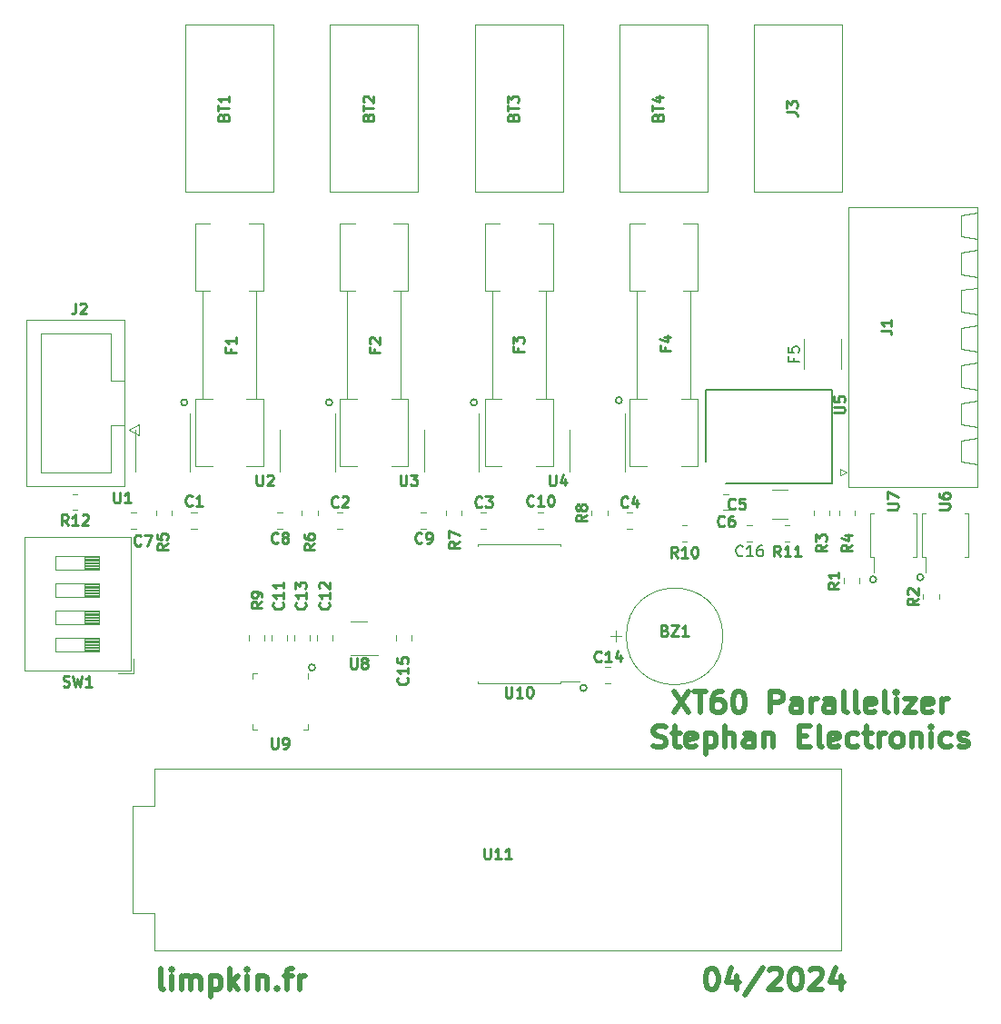
<source format=gto>
%TF.GenerationSoftware,KiCad,Pcbnew,8.0.1*%
%TF.CreationDate,2024-04-25T22:53:37+02:00*%
%TF.ProjectId,xt60_parallelizer,78743630-5f70-4617-9261-6c6c656c697a,rev?*%
%TF.SameCoordinates,Original*%
%TF.FileFunction,Legend,Top*%
%TF.FilePolarity,Positive*%
%FSLAX46Y46*%
G04 Gerber Fmt 4.6, Leading zero omitted, Abs format (unit mm)*
G04 Created by KiCad (PCBNEW 8.0.1) date 2024-04-25 22:53:37*
%MOMM*%
%LPD*%
G01*
G04 APERTURE LIST*
%ADD10C,0.150000*%
%ADD11C,0.500000*%
%ADD12C,0.250000*%
%ADD13C,0.100000*%
%ADD14C,0.120000*%
G04 APERTURE END LIST*
D10*
X180300000Y-103900000D02*
G75*
G02*
X179700000Y-103900000I-300000J0D01*
G01*
X179700000Y-103900000D02*
G75*
G02*
X180300000Y-103900000I300000J0D01*
G01*
X116100000Y-87400000D02*
G75*
G02*
X115500000Y-87400000I-300000J0D01*
G01*
X115500000Y-87400000D02*
G75*
G02*
X116100000Y-87400000I300000J0D01*
G01*
X128000000Y-112100000D02*
G75*
G02*
X127400000Y-112100000I-300000J0D01*
G01*
X127400000Y-112100000D02*
G75*
G02*
X128000000Y-112100000I300000J0D01*
G01*
X129600000Y-87400000D02*
G75*
G02*
X129000000Y-87400000I-300000J0D01*
G01*
X129000000Y-87400000D02*
G75*
G02*
X129600000Y-87400000I300000J0D01*
G01*
X153300000Y-114000000D02*
G75*
G02*
X152700000Y-114000000I-300000J0D01*
G01*
X152700000Y-114000000D02*
G75*
G02*
X153300000Y-114000000I300000J0D01*
G01*
X156600000Y-87200000D02*
G75*
G02*
X156000000Y-87200000I-300000J0D01*
G01*
X156000000Y-87200000D02*
G75*
G02*
X156600000Y-87200000I300000J0D01*
G01*
X184700000Y-103700000D02*
G75*
G02*
X184100000Y-103700000I-300000J0D01*
G01*
X184100000Y-103700000D02*
G75*
G02*
X184700000Y-103700000I300000J0D01*
G01*
X143100000Y-87400000D02*
G75*
G02*
X142500000Y-87400000I-300000J0D01*
G01*
X142500000Y-87400000D02*
G75*
G02*
X143100000Y-87400000I300000J0D01*
G01*
D11*
X113866666Y-142129238D02*
X113676190Y-142034000D01*
X113676190Y-142034000D02*
X113580952Y-141843523D01*
X113580952Y-141843523D02*
X113580952Y-140129238D01*
X114628571Y-142129238D02*
X114628571Y-140795904D01*
X114628571Y-140129238D02*
X114533333Y-140224476D01*
X114533333Y-140224476D02*
X114628571Y-140319714D01*
X114628571Y-140319714D02*
X114723809Y-140224476D01*
X114723809Y-140224476D02*
X114628571Y-140129238D01*
X114628571Y-140129238D02*
X114628571Y-140319714D01*
X115580952Y-142129238D02*
X115580952Y-140795904D01*
X115580952Y-140986380D02*
X115676190Y-140891142D01*
X115676190Y-140891142D02*
X115866666Y-140795904D01*
X115866666Y-140795904D02*
X116152381Y-140795904D01*
X116152381Y-140795904D02*
X116342857Y-140891142D01*
X116342857Y-140891142D02*
X116438095Y-141081619D01*
X116438095Y-141081619D02*
X116438095Y-142129238D01*
X116438095Y-141081619D02*
X116533333Y-140891142D01*
X116533333Y-140891142D02*
X116723809Y-140795904D01*
X116723809Y-140795904D02*
X117009523Y-140795904D01*
X117009523Y-140795904D02*
X117200000Y-140891142D01*
X117200000Y-140891142D02*
X117295238Y-141081619D01*
X117295238Y-141081619D02*
X117295238Y-142129238D01*
X118247619Y-140795904D02*
X118247619Y-142795904D01*
X118247619Y-140891142D02*
X118438095Y-140795904D01*
X118438095Y-140795904D02*
X118819048Y-140795904D01*
X118819048Y-140795904D02*
X119009524Y-140891142D01*
X119009524Y-140891142D02*
X119104762Y-140986380D01*
X119104762Y-140986380D02*
X119200000Y-141176857D01*
X119200000Y-141176857D02*
X119200000Y-141748285D01*
X119200000Y-141748285D02*
X119104762Y-141938761D01*
X119104762Y-141938761D02*
X119009524Y-142034000D01*
X119009524Y-142034000D02*
X118819048Y-142129238D01*
X118819048Y-142129238D02*
X118438095Y-142129238D01*
X118438095Y-142129238D02*
X118247619Y-142034000D01*
X120057143Y-142129238D02*
X120057143Y-140129238D01*
X120247619Y-141367333D02*
X120819048Y-142129238D01*
X120819048Y-140795904D02*
X120057143Y-141557809D01*
X121676191Y-142129238D02*
X121676191Y-140795904D01*
X121676191Y-140129238D02*
X121580953Y-140224476D01*
X121580953Y-140224476D02*
X121676191Y-140319714D01*
X121676191Y-140319714D02*
X121771429Y-140224476D01*
X121771429Y-140224476D02*
X121676191Y-140129238D01*
X121676191Y-140129238D02*
X121676191Y-140319714D01*
X122628572Y-140795904D02*
X122628572Y-142129238D01*
X122628572Y-140986380D02*
X122723810Y-140891142D01*
X122723810Y-140891142D02*
X122914286Y-140795904D01*
X122914286Y-140795904D02*
X123200001Y-140795904D01*
X123200001Y-140795904D02*
X123390477Y-140891142D01*
X123390477Y-140891142D02*
X123485715Y-141081619D01*
X123485715Y-141081619D02*
X123485715Y-142129238D01*
X124438096Y-141938761D02*
X124533334Y-142034000D01*
X124533334Y-142034000D02*
X124438096Y-142129238D01*
X124438096Y-142129238D02*
X124342858Y-142034000D01*
X124342858Y-142034000D02*
X124438096Y-141938761D01*
X124438096Y-141938761D02*
X124438096Y-142129238D01*
X125104763Y-140795904D02*
X125866667Y-140795904D01*
X125390477Y-142129238D02*
X125390477Y-140414952D01*
X125390477Y-140414952D02*
X125485715Y-140224476D01*
X125485715Y-140224476D02*
X125676191Y-140129238D01*
X125676191Y-140129238D02*
X125866667Y-140129238D01*
X126533334Y-142129238D02*
X126533334Y-140795904D01*
X126533334Y-141176857D02*
X126628572Y-140986380D01*
X126628572Y-140986380D02*
X126723810Y-140891142D01*
X126723810Y-140891142D02*
X126914286Y-140795904D01*
X126914286Y-140795904D02*
X127104763Y-140795904D01*
X164895237Y-140129238D02*
X165085714Y-140129238D01*
X165085714Y-140129238D02*
X165276190Y-140224476D01*
X165276190Y-140224476D02*
X165371428Y-140319714D01*
X165371428Y-140319714D02*
X165466666Y-140510190D01*
X165466666Y-140510190D02*
X165561904Y-140891142D01*
X165561904Y-140891142D02*
X165561904Y-141367333D01*
X165561904Y-141367333D02*
X165466666Y-141748285D01*
X165466666Y-141748285D02*
X165371428Y-141938761D01*
X165371428Y-141938761D02*
X165276190Y-142034000D01*
X165276190Y-142034000D02*
X165085714Y-142129238D01*
X165085714Y-142129238D02*
X164895237Y-142129238D01*
X164895237Y-142129238D02*
X164704761Y-142034000D01*
X164704761Y-142034000D02*
X164609523Y-141938761D01*
X164609523Y-141938761D02*
X164514285Y-141748285D01*
X164514285Y-141748285D02*
X164419047Y-141367333D01*
X164419047Y-141367333D02*
X164419047Y-140891142D01*
X164419047Y-140891142D02*
X164514285Y-140510190D01*
X164514285Y-140510190D02*
X164609523Y-140319714D01*
X164609523Y-140319714D02*
X164704761Y-140224476D01*
X164704761Y-140224476D02*
X164895237Y-140129238D01*
X167276190Y-140795904D02*
X167276190Y-142129238D01*
X166799999Y-140034000D02*
X166323809Y-141462571D01*
X166323809Y-141462571D02*
X167561904Y-141462571D01*
X169752380Y-140034000D02*
X168038095Y-142605428D01*
X170323809Y-140319714D02*
X170419047Y-140224476D01*
X170419047Y-140224476D02*
X170609523Y-140129238D01*
X170609523Y-140129238D02*
X171085714Y-140129238D01*
X171085714Y-140129238D02*
X171276190Y-140224476D01*
X171276190Y-140224476D02*
X171371428Y-140319714D01*
X171371428Y-140319714D02*
X171466666Y-140510190D01*
X171466666Y-140510190D02*
X171466666Y-140700666D01*
X171466666Y-140700666D02*
X171371428Y-140986380D01*
X171371428Y-140986380D02*
X170228571Y-142129238D01*
X170228571Y-142129238D02*
X171466666Y-142129238D01*
X172704761Y-140129238D02*
X172895238Y-140129238D01*
X172895238Y-140129238D02*
X173085714Y-140224476D01*
X173085714Y-140224476D02*
X173180952Y-140319714D01*
X173180952Y-140319714D02*
X173276190Y-140510190D01*
X173276190Y-140510190D02*
X173371428Y-140891142D01*
X173371428Y-140891142D02*
X173371428Y-141367333D01*
X173371428Y-141367333D02*
X173276190Y-141748285D01*
X173276190Y-141748285D02*
X173180952Y-141938761D01*
X173180952Y-141938761D02*
X173085714Y-142034000D01*
X173085714Y-142034000D02*
X172895238Y-142129238D01*
X172895238Y-142129238D02*
X172704761Y-142129238D01*
X172704761Y-142129238D02*
X172514285Y-142034000D01*
X172514285Y-142034000D02*
X172419047Y-141938761D01*
X172419047Y-141938761D02*
X172323809Y-141748285D01*
X172323809Y-141748285D02*
X172228571Y-141367333D01*
X172228571Y-141367333D02*
X172228571Y-140891142D01*
X172228571Y-140891142D02*
X172323809Y-140510190D01*
X172323809Y-140510190D02*
X172419047Y-140319714D01*
X172419047Y-140319714D02*
X172514285Y-140224476D01*
X172514285Y-140224476D02*
X172704761Y-140129238D01*
X174133333Y-140319714D02*
X174228571Y-140224476D01*
X174228571Y-140224476D02*
X174419047Y-140129238D01*
X174419047Y-140129238D02*
X174895238Y-140129238D01*
X174895238Y-140129238D02*
X175085714Y-140224476D01*
X175085714Y-140224476D02*
X175180952Y-140319714D01*
X175180952Y-140319714D02*
X175276190Y-140510190D01*
X175276190Y-140510190D02*
X175276190Y-140700666D01*
X175276190Y-140700666D02*
X175180952Y-140986380D01*
X175180952Y-140986380D02*
X174038095Y-142129238D01*
X174038095Y-142129238D02*
X175276190Y-142129238D01*
X176990476Y-140795904D02*
X176990476Y-142129238D01*
X176514285Y-140034000D02*
X176038095Y-141462571D01*
X176038095Y-141462571D02*
X177276190Y-141462571D01*
X161485713Y-114309350D02*
X162819046Y-116309350D01*
X162819046Y-114309350D02*
X161485713Y-116309350D01*
X163295237Y-114309350D02*
X164438094Y-114309350D01*
X163866665Y-116309350D02*
X163866665Y-114309350D01*
X165961904Y-114309350D02*
X165580951Y-114309350D01*
X165580951Y-114309350D02*
X165390475Y-114404588D01*
X165390475Y-114404588D02*
X165295237Y-114499826D01*
X165295237Y-114499826D02*
X165104761Y-114785540D01*
X165104761Y-114785540D02*
X165009523Y-115166492D01*
X165009523Y-115166492D02*
X165009523Y-115928397D01*
X165009523Y-115928397D02*
X165104761Y-116118873D01*
X165104761Y-116118873D02*
X165199999Y-116214112D01*
X165199999Y-116214112D02*
X165390475Y-116309350D01*
X165390475Y-116309350D02*
X165771428Y-116309350D01*
X165771428Y-116309350D02*
X165961904Y-116214112D01*
X165961904Y-116214112D02*
X166057142Y-116118873D01*
X166057142Y-116118873D02*
X166152380Y-115928397D01*
X166152380Y-115928397D02*
X166152380Y-115452207D01*
X166152380Y-115452207D02*
X166057142Y-115261731D01*
X166057142Y-115261731D02*
X165961904Y-115166492D01*
X165961904Y-115166492D02*
X165771428Y-115071254D01*
X165771428Y-115071254D02*
X165390475Y-115071254D01*
X165390475Y-115071254D02*
X165199999Y-115166492D01*
X165199999Y-115166492D02*
X165104761Y-115261731D01*
X165104761Y-115261731D02*
X165009523Y-115452207D01*
X167390475Y-114309350D02*
X167580952Y-114309350D01*
X167580952Y-114309350D02*
X167771428Y-114404588D01*
X167771428Y-114404588D02*
X167866666Y-114499826D01*
X167866666Y-114499826D02*
X167961904Y-114690302D01*
X167961904Y-114690302D02*
X168057142Y-115071254D01*
X168057142Y-115071254D02*
X168057142Y-115547445D01*
X168057142Y-115547445D02*
X167961904Y-115928397D01*
X167961904Y-115928397D02*
X167866666Y-116118873D01*
X167866666Y-116118873D02*
X167771428Y-116214112D01*
X167771428Y-116214112D02*
X167580952Y-116309350D01*
X167580952Y-116309350D02*
X167390475Y-116309350D01*
X167390475Y-116309350D02*
X167199999Y-116214112D01*
X167199999Y-116214112D02*
X167104761Y-116118873D01*
X167104761Y-116118873D02*
X167009523Y-115928397D01*
X167009523Y-115928397D02*
X166914285Y-115547445D01*
X166914285Y-115547445D02*
X166914285Y-115071254D01*
X166914285Y-115071254D02*
X167009523Y-114690302D01*
X167009523Y-114690302D02*
X167104761Y-114499826D01*
X167104761Y-114499826D02*
X167199999Y-114404588D01*
X167199999Y-114404588D02*
X167390475Y-114309350D01*
X170438095Y-116309350D02*
X170438095Y-114309350D01*
X170438095Y-114309350D02*
X171200000Y-114309350D01*
X171200000Y-114309350D02*
X171390476Y-114404588D01*
X171390476Y-114404588D02*
X171485714Y-114499826D01*
X171485714Y-114499826D02*
X171580952Y-114690302D01*
X171580952Y-114690302D02*
X171580952Y-114976016D01*
X171580952Y-114976016D02*
X171485714Y-115166492D01*
X171485714Y-115166492D02*
X171390476Y-115261731D01*
X171390476Y-115261731D02*
X171200000Y-115356969D01*
X171200000Y-115356969D02*
X170438095Y-115356969D01*
X173295238Y-116309350D02*
X173295238Y-115261731D01*
X173295238Y-115261731D02*
X173200000Y-115071254D01*
X173200000Y-115071254D02*
X173009524Y-114976016D01*
X173009524Y-114976016D02*
X172628571Y-114976016D01*
X172628571Y-114976016D02*
X172438095Y-115071254D01*
X173295238Y-116214112D02*
X173104762Y-116309350D01*
X173104762Y-116309350D02*
X172628571Y-116309350D01*
X172628571Y-116309350D02*
X172438095Y-116214112D01*
X172438095Y-116214112D02*
X172342857Y-116023635D01*
X172342857Y-116023635D02*
X172342857Y-115833159D01*
X172342857Y-115833159D02*
X172438095Y-115642683D01*
X172438095Y-115642683D02*
X172628571Y-115547445D01*
X172628571Y-115547445D02*
X173104762Y-115547445D01*
X173104762Y-115547445D02*
X173295238Y-115452207D01*
X174247619Y-116309350D02*
X174247619Y-114976016D01*
X174247619Y-115356969D02*
X174342857Y-115166492D01*
X174342857Y-115166492D02*
X174438095Y-115071254D01*
X174438095Y-115071254D02*
X174628571Y-114976016D01*
X174628571Y-114976016D02*
X174819048Y-114976016D01*
X176342857Y-116309350D02*
X176342857Y-115261731D01*
X176342857Y-115261731D02*
X176247619Y-115071254D01*
X176247619Y-115071254D02*
X176057143Y-114976016D01*
X176057143Y-114976016D02*
X175676190Y-114976016D01*
X175676190Y-114976016D02*
X175485714Y-115071254D01*
X176342857Y-116214112D02*
X176152381Y-116309350D01*
X176152381Y-116309350D02*
X175676190Y-116309350D01*
X175676190Y-116309350D02*
X175485714Y-116214112D01*
X175485714Y-116214112D02*
X175390476Y-116023635D01*
X175390476Y-116023635D02*
X175390476Y-115833159D01*
X175390476Y-115833159D02*
X175485714Y-115642683D01*
X175485714Y-115642683D02*
X175676190Y-115547445D01*
X175676190Y-115547445D02*
X176152381Y-115547445D01*
X176152381Y-115547445D02*
X176342857Y-115452207D01*
X177580952Y-116309350D02*
X177390476Y-116214112D01*
X177390476Y-116214112D02*
X177295238Y-116023635D01*
X177295238Y-116023635D02*
X177295238Y-114309350D01*
X178628571Y-116309350D02*
X178438095Y-116214112D01*
X178438095Y-116214112D02*
X178342857Y-116023635D01*
X178342857Y-116023635D02*
X178342857Y-114309350D01*
X180152381Y-116214112D02*
X179961905Y-116309350D01*
X179961905Y-116309350D02*
X179580952Y-116309350D01*
X179580952Y-116309350D02*
X179390476Y-116214112D01*
X179390476Y-116214112D02*
X179295238Y-116023635D01*
X179295238Y-116023635D02*
X179295238Y-115261731D01*
X179295238Y-115261731D02*
X179390476Y-115071254D01*
X179390476Y-115071254D02*
X179580952Y-114976016D01*
X179580952Y-114976016D02*
X179961905Y-114976016D01*
X179961905Y-114976016D02*
X180152381Y-115071254D01*
X180152381Y-115071254D02*
X180247619Y-115261731D01*
X180247619Y-115261731D02*
X180247619Y-115452207D01*
X180247619Y-115452207D02*
X179295238Y-115642683D01*
X181390476Y-116309350D02*
X181200000Y-116214112D01*
X181200000Y-116214112D02*
X181104762Y-116023635D01*
X181104762Y-116023635D02*
X181104762Y-114309350D01*
X182152381Y-116309350D02*
X182152381Y-114976016D01*
X182152381Y-114309350D02*
X182057143Y-114404588D01*
X182057143Y-114404588D02*
X182152381Y-114499826D01*
X182152381Y-114499826D02*
X182247619Y-114404588D01*
X182247619Y-114404588D02*
X182152381Y-114309350D01*
X182152381Y-114309350D02*
X182152381Y-114499826D01*
X182914286Y-114976016D02*
X183961905Y-114976016D01*
X183961905Y-114976016D02*
X182914286Y-116309350D01*
X182914286Y-116309350D02*
X183961905Y-116309350D01*
X185485715Y-116214112D02*
X185295239Y-116309350D01*
X185295239Y-116309350D02*
X184914286Y-116309350D01*
X184914286Y-116309350D02*
X184723810Y-116214112D01*
X184723810Y-116214112D02*
X184628572Y-116023635D01*
X184628572Y-116023635D02*
X184628572Y-115261731D01*
X184628572Y-115261731D02*
X184723810Y-115071254D01*
X184723810Y-115071254D02*
X184914286Y-114976016D01*
X184914286Y-114976016D02*
X185295239Y-114976016D01*
X185295239Y-114976016D02*
X185485715Y-115071254D01*
X185485715Y-115071254D02*
X185580953Y-115261731D01*
X185580953Y-115261731D02*
X185580953Y-115452207D01*
X185580953Y-115452207D02*
X184628572Y-115642683D01*
X186438096Y-116309350D02*
X186438096Y-114976016D01*
X186438096Y-115356969D02*
X186533334Y-115166492D01*
X186533334Y-115166492D02*
X186628572Y-115071254D01*
X186628572Y-115071254D02*
X186819048Y-114976016D01*
X186819048Y-114976016D02*
X187009525Y-114976016D01*
X159533332Y-119434000D02*
X159819046Y-119529238D01*
X159819046Y-119529238D02*
X160295237Y-119529238D01*
X160295237Y-119529238D02*
X160485713Y-119434000D01*
X160485713Y-119434000D02*
X160580951Y-119338761D01*
X160580951Y-119338761D02*
X160676189Y-119148285D01*
X160676189Y-119148285D02*
X160676189Y-118957809D01*
X160676189Y-118957809D02*
X160580951Y-118767333D01*
X160580951Y-118767333D02*
X160485713Y-118672095D01*
X160485713Y-118672095D02*
X160295237Y-118576857D01*
X160295237Y-118576857D02*
X159914284Y-118481619D01*
X159914284Y-118481619D02*
X159723808Y-118386380D01*
X159723808Y-118386380D02*
X159628570Y-118291142D01*
X159628570Y-118291142D02*
X159533332Y-118100666D01*
X159533332Y-118100666D02*
X159533332Y-117910190D01*
X159533332Y-117910190D02*
X159628570Y-117719714D01*
X159628570Y-117719714D02*
X159723808Y-117624476D01*
X159723808Y-117624476D02*
X159914284Y-117529238D01*
X159914284Y-117529238D02*
X160390475Y-117529238D01*
X160390475Y-117529238D02*
X160676189Y-117624476D01*
X161247618Y-118195904D02*
X162009522Y-118195904D01*
X161533332Y-117529238D02*
X161533332Y-119243523D01*
X161533332Y-119243523D02*
X161628570Y-119434000D01*
X161628570Y-119434000D02*
X161819046Y-119529238D01*
X161819046Y-119529238D02*
X162009522Y-119529238D01*
X163438094Y-119434000D02*
X163247618Y-119529238D01*
X163247618Y-119529238D02*
X162866665Y-119529238D01*
X162866665Y-119529238D02*
X162676189Y-119434000D01*
X162676189Y-119434000D02*
X162580951Y-119243523D01*
X162580951Y-119243523D02*
X162580951Y-118481619D01*
X162580951Y-118481619D02*
X162676189Y-118291142D01*
X162676189Y-118291142D02*
X162866665Y-118195904D01*
X162866665Y-118195904D02*
X163247618Y-118195904D01*
X163247618Y-118195904D02*
X163438094Y-118291142D01*
X163438094Y-118291142D02*
X163533332Y-118481619D01*
X163533332Y-118481619D02*
X163533332Y-118672095D01*
X163533332Y-118672095D02*
X162580951Y-118862571D01*
X164390475Y-118195904D02*
X164390475Y-120195904D01*
X164390475Y-118291142D02*
X164580951Y-118195904D01*
X164580951Y-118195904D02*
X164961904Y-118195904D01*
X164961904Y-118195904D02*
X165152380Y-118291142D01*
X165152380Y-118291142D02*
X165247618Y-118386380D01*
X165247618Y-118386380D02*
X165342856Y-118576857D01*
X165342856Y-118576857D02*
X165342856Y-119148285D01*
X165342856Y-119148285D02*
X165247618Y-119338761D01*
X165247618Y-119338761D02*
X165152380Y-119434000D01*
X165152380Y-119434000D02*
X164961904Y-119529238D01*
X164961904Y-119529238D02*
X164580951Y-119529238D01*
X164580951Y-119529238D02*
X164390475Y-119434000D01*
X166199999Y-119529238D02*
X166199999Y-117529238D01*
X167057142Y-119529238D02*
X167057142Y-118481619D01*
X167057142Y-118481619D02*
X166961904Y-118291142D01*
X166961904Y-118291142D02*
X166771428Y-118195904D01*
X166771428Y-118195904D02*
X166485713Y-118195904D01*
X166485713Y-118195904D02*
X166295237Y-118291142D01*
X166295237Y-118291142D02*
X166199999Y-118386380D01*
X168866666Y-119529238D02*
X168866666Y-118481619D01*
X168866666Y-118481619D02*
X168771428Y-118291142D01*
X168771428Y-118291142D02*
X168580952Y-118195904D01*
X168580952Y-118195904D02*
X168199999Y-118195904D01*
X168199999Y-118195904D02*
X168009523Y-118291142D01*
X168866666Y-119434000D02*
X168676190Y-119529238D01*
X168676190Y-119529238D02*
X168199999Y-119529238D01*
X168199999Y-119529238D02*
X168009523Y-119434000D01*
X168009523Y-119434000D02*
X167914285Y-119243523D01*
X167914285Y-119243523D02*
X167914285Y-119053047D01*
X167914285Y-119053047D02*
X168009523Y-118862571D01*
X168009523Y-118862571D02*
X168199999Y-118767333D01*
X168199999Y-118767333D02*
X168676190Y-118767333D01*
X168676190Y-118767333D02*
X168866666Y-118672095D01*
X169819047Y-118195904D02*
X169819047Y-119529238D01*
X169819047Y-118386380D02*
X169914285Y-118291142D01*
X169914285Y-118291142D02*
X170104761Y-118195904D01*
X170104761Y-118195904D02*
X170390476Y-118195904D01*
X170390476Y-118195904D02*
X170580952Y-118291142D01*
X170580952Y-118291142D02*
X170676190Y-118481619D01*
X170676190Y-118481619D02*
X170676190Y-119529238D01*
X173152381Y-118481619D02*
X173819048Y-118481619D01*
X174104762Y-119529238D02*
X173152381Y-119529238D01*
X173152381Y-119529238D02*
X173152381Y-117529238D01*
X173152381Y-117529238D02*
X174104762Y-117529238D01*
X175247619Y-119529238D02*
X175057143Y-119434000D01*
X175057143Y-119434000D02*
X174961905Y-119243523D01*
X174961905Y-119243523D02*
X174961905Y-117529238D01*
X176771429Y-119434000D02*
X176580953Y-119529238D01*
X176580953Y-119529238D02*
X176200000Y-119529238D01*
X176200000Y-119529238D02*
X176009524Y-119434000D01*
X176009524Y-119434000D02*
X175914286Y-119243523D01*
X175914286Y-119243523D02*
X175914286Y-118481619D01*
X175914286Y-118481619D02*
X176009524Y-118291142D01*
X176009524Y-118291142D02*
X176200000Y-118195904D01*
X176200000Y-118195904D02*
X176580953Y-118195904D01*
X176580953Y-118195904D02*
X176771429Y-118291142D01*
X176771429Y-118291142D02*
X176866667Y-118481619D01*
X176866667Y-118481619D02*
X176866667Y-118672095D01*
X176866667Y-118672095D02*
X175914286Y-118862571D01*
X178580953Y-119434000D02*
X178390477Y-119529238D01*
X178390477Y-119529238D02*
X178009524Y-119529238D01*
X178009524Y-119529238D02*
X177819048Y-119434000D01*
X177819048Y-119434000D02*
X177723810Y-119338761D01*
X177723810Y-119338761D02*
X177628572Y-119148285D01*
X177628572Y-119148285D02*
X177628572Y-118576857D01*
X177628572Y-118576857D02*
X177723810Y-118386380D01*
X177723810Y-118386380D02*
X177819048Y-118291142D01*
X177819048Y-118291142D02*
X178009524Y-118195904D01*
X178009524Y-118195904D02*
X178390477Y-118195904D01*
X178390477Y-118195904D02*
X178580953Y-118291142D01*
X179152382Y-118195904D02*
X179914286Y-118195904D01*
X179438096Y-117529238D02*
X179438096Y-119243523D01*
X179438096Y-119243523D02*
X179533334Y-119434000D01*
X179533334Y-119434000D02*
X179723810Y-119529238D01*
X179723810Y-119529238D02*
X179914286Y-119529238D01*
X180580953Y-119529238D02*
X180580953Y-118195904D01*
X180580953Y-118576857D02*
X180676191Y-118386380D01*
X180676191Y-118386380D02*
X180771429Y-118291142D01*
X180771429Y-118291142D02*
X180961905Y-118195904D01*
X180961905Y-118195904D02*
X181152382Y-118195904D01*
X182104762Y-119529238D02*
X181914286Y-119434000D01*
X181914286Y-119434000D02*
X181819048Y-119338761D01*
X181819048Y-119338761D02*
X181723810Y-119148285D01*
X181723810Y-119148285D02*
X181723810Y-118576857D01*
X181723810Y-118576857D02*
X181819048Y-118386380D01*
X181819048Y-118386380D02*
X181914286Y-118291142D01*
X181914286Y-118291142D02*
X182104762Y-118195904D01*
X182104762Y-118195904D02*
X182390477Y-118195904D01*
X182390477Y-118195904D02*
X182580953Y-118291142D01*
X182580953Y-118291142D02*
X182676191Y-118386380D01*
X182676191Y-118386380D02*
X182771429Y-118576857D01*
X182771429Y-118576857D02*
X182771429Y-119148285D01*
X182771429Y-119148285D02*
X182676191Y-119338761D01*
X182676191Y-119338761D02*
X182580953Y-119434000D01*
X182580953Y-119434000D02*
X182390477Y-119529238D01*
X182390477Y-119529238D02*
X182104762Y-119529238D01*
X183628572Y-118195904D02*
X183628572Y-119529238D01*
X183628572Y-118386380D02*
X183723810Y-118291142D01*
X183723810Y-118291142D02*
X183914286Y-118195904D01*
X183914286Y-118195904D02*
X184200001Y-118195904D01*
X184200001Y-118195904D02*
X184390477Y-118291142D01*
X184390477Y-118291142D02*
X184485715Y-118481619D01*
X184485715Y-118481619D02*
X184485715Y-119529238D01*
X185438096Y-119529238D02*
X185438096Y-118195904D01*
X185438096Y-117529238D02*
X185342858Y-117624476D01*
X185342858Y-117624476D02*
X185438096Y-117719714D01*
X185438096Y-117719714D02*
X185533334Y-117624476D01*
X185533334Y-117624476D02*
X185438096Y-117529238D01*
X185438096Y-117529238D02*
X185438096Y-117719714D01*
X187247620Y-119434000D02*
X187057144Y-119529238D01*
X187057144Y-119529238D02*
X186676191Y-119529238D01*
X186676191Y-119529238D02*
X186485715Y-119434000D01*
X186485715Y-119434000D02*
X186390477Y-119338761D01*
X186390477Y-119338761D02*
X186295239Y-119148285D01*
X186295239Y-119148285D02*
X186295239Y-118576857D01*
X186295239Y-118576857D02*
X186390477Y-118386380D01*
X186390477Y-118386380D02*
X186485715Y-118291142D01*
X186485715Y-118291142D02*
X186676191Y-118195904D01*
X186676191Y-118195904D02*
X187057144Y-118195904D01*
X187057144Y-118195904D02*
X187247620Y-118291142D01*
X188009525Y-119434000D02*
X188200001Y-119529238D01*
X188200001Y-119529238D02*
X188580953Y-119529238D01*
X188580953Y-119529238D02*
X188771430Y-119434000D01*
X188771430Y-119434000D02*
X188866668Y-119243523D01*
X188866668Y-119243523D02*
X188866668Y-119148285D01*
X188866668Y-119148285D02*
X188771430Y-118957809D01*
X188771430Y-118957809D02*
X188580953Y-118862571D01*
X188580953Y-118862571D02*
X188295239Y-118862571D01*
X188295239Y-118862571D02*
X188104763Y-118767333D01*
X188104763Y-118767333D02*
X188009525Y-118576857D01*
X188009525Y-118576857D02*
X188009525Y-118481619D01*
X188009525Y-118481619D02*
X188104763Y-118291142D01*
X188104763Y-118291142D02*
X188295239Y-118195904D01*
X188295239Y-118195904D02*
X188580953Y-118195904D01*
X188580953Y-118195904D02*
X188771430Y-118291142D01*
D12*
X143761905Y-128949619D02*
X143761905Y-129759142D01*
X143761905Y-129759142D02*
X143809524Y-129854380D01*
X143809524Y-129854380D02*
X143857143Y-129902000D01*
X143857143Y-129902000D02*
X143952381Y-129949619D01*
X143952381Y-129949619D02*
X144142857Y-129949619D01*
X144142857Y-129949619D02*
X144238095Y-129902000D01*
X144238095Y-129902000D02*
X144285714Y-129854380D01*
X144285714Y-129854380D02*
X144333333Y-129759142D01*
X144333333Y-129759142D02*
X144333333Y-128949619D01*
X145333333Y-129949619D02*
X144761905Y-129949619D01*
X145047619Y-129949619D02*
X145047619Y-128949619D01*
X145047619Y-128949619D02*
X144952381Y-129092476D01*
X144952381Y-129092476D02*
X144857143Y-129187714D01*
X144857143Y-129187714D02*
X144761905Y-129235333D01*
X146285714Y-129949619D02*
X145714286Y-129949619D01*
X146000000Y-129949619D02*
X146000000Y-128949619D01*
X146000000Y-128949619D02*
X145904762Y-129092476D01*
X145904762Y-129092476D02*
X145809524Y-129187714D01*
X145809524Y-129187714D02*
X145714286Y-129235333D01*
X119425809Y-60785714D02*
X119473428Y-60642857D01*
X119473428Y-60642857D02*
X119521047Y-60595238D01*
X119521047Y-60595238D02*
X119616285Y-60547619D01*
X119616285Y-60547619D02*
X119759142Y-60547619D01*
X119759142Y-60547619D02*
X119854380Y-60595238D01*
X119854380Y-60595238D02*
X119902000Y-60642857D01*
X119902000Y-60642857D02*
X119949619Y-60738095D01*
X119949619Y-60738095D02*
X119949619Y-61119047D01*
X119949619Y-61119047D02*
X118949619Y-61119047D01*
X118949619Y-61119047D02*
X118949619Y-60785714D01*
X118949619Y-60785714D02*
X118997238Y-60690476D01*
X118997238Y-60690476D02*
X119044857Y-60642857D01*
X119044857Y-60642857D02*
X119140095Y-60595238D01*
X119140095Y-60595238D02*
X119235333Y-60595238D01*
X119235333Y-60595238D02*
X119330571Y-60642857D01*
X119330571Y-60642857D02*
X119378190Y-60690476D01*
X119378190Y-60690476D02*
X119425809Y-60785714D01*
X119425809Y-60785714D02*
X119425809Y-61119047D01*
X118949619Y-60261904D02*
X118949619Y-59690476D01*
X119949619Y-59976190D02*
X118949619Y-59976190D01*
X119949619Y-58833333D02*
X119949619Y-59404761D01*
X119949619Y-59119047D02*
X118949619Y-59119047D01*
X118949619Y-59119047D02*
X119092476Y-59214285D01*
X119092476Y-59214285D02*
X119187714Y-59309523D01*
X119187714Y-59309523D02*
X119235333Y-59404761D01*
X105666666Y-78149619D02*
X105666666Y-78863904D01*
X105666666Y-78863904D02*
X105619047Y-79006761D01*
X105619047Y-79006761D02*
X105523809Y-79102000D01*
X105523809Y-79102000D02*
X105380952Y-79149619D01*
X105380952Y-79149619D02*
X105285714Y-79149619D01*
X106095238Y-78244857D02*
X106142857Y-78197238D01*
X106142857Y-78197238D02*
X106238095Y-78149619D01*
X106238095Y-78149619D02*
X106476190Y-78149619D01*
X106476190Y-78149619D02*
X106571428Y-78197238D01*
X106571428Y-78197238D02*
X106619047Y-78244857D01*
X106619047Y-78244857D02*
X106666666Y-78340095D01*
X106666666Y-78340095D02*
X106666666Y-78435333D01*
X106666666Y-78435333D02*
X106619047Y-78578190D01*
X106619047Y-78578190D02*
X106047619Y-79149619D01*
X106047619Y-79149619D02*
X106666666Y-79149619D01*
X186149619Y-97361904D02*
X186959142Y-97361904D01*
X186959142Y-97361904D02*
X187054380Y-97314285D01*
X187054380Y-97314285D02*
X187102000Y-97266666D01*
X187102000Y-97266666D02*
X187149619Y-97171428D01*
X187149619Y-97171428D02*
X187149619Y-96980952D01*
X187149619Y-96980952D02*
X187102000Y-96885714D01*
X187102000Y-96885714D02*
X187054380Y-96838095D01*
X187054380Y-96838095D02*
X186959142Y-96790476D01*
X186959142Y-96790476D02*
X186149619Y-96790476D01*
X186149619Y-95885714D02*
X186149619Y-96076190D01*
X186149619Y-96076190D02*
X186197238Y-96171428D01*
X186197238Y-96171428D02*
X186244857Y-96219047D01*
X186244857Y-96219047D02*
X186387714Y-96314285D01*
X186387714Y-96314285D02*
X186578190Y-96361904D01*
X186578190Y-96361904D02*
X186959142Y-96361904D01*
X186959142Y-96361904D02*
X187054380Y-96314285D01*
X187054380Y-96314285D02*
X187102000Y-96266666D01*
X187102000Y-96266666D02*
X187149619Y-96171428D01*
X187149619Y-96171428D02*
X187149619Y-95980952D01*
X187149619Y-95980952D02*
X187102000Y-95885714D01*
X187102000Y-95885714D02*
X187054380Y-95838095D01*
X187054380Y-95838095D02*
X186959142Y-95790476D01*
X186959142Y-95790476D02*
X186721047Y-95790476D01*
X186721047Y-95790476D02*
X186625809Y-95838095D01*
X186625809Y-95838095D02*
X186578190Y-95885714D01*
X186578190Y-95885714D02*
X186530571Y-95980952D01*
X186530571Y-95980952D02*
X186530571Y-96171428D01*
X186530571Y-96171428D02*
X186578190Y-96266666D01*
X186578190Y-96266666D02*
X186625809Y-96314285D01*
X186625809Y-96314285D02*
X186721047Y-96361904D01*
X129254380Y-106042857D02*
X129302000Y-106090476D01*
X129302000Y-106090476D02*
X129349619Y-106233333D01*
X129349619Y-106233333D02*
X129349619Y-106328571D01*
X129349619Y-106328571D02*
X129302000Y-106471428D01*
X129302000Y-106471428D02*
X129206761Y-106566666D01*
X129206761Y-106566666D02*
X129111523Y-106614285D01*
X129111523Y-106614285D02*
X128921047Y-106661904D01*
X128921047Y-106661904D02*
X128778190Y-106661904D01*
X128778190Y-106661904D02*
X128587714Y-106614285D01*
X128587714Y-106614285D02*
X128492476Y-106566666D01*
X128492476Y-106566666D02*
X128397238Y-106471428D01*
X128397238Y-106471428D02*
X128349619Y-106328571D01*
X128349619Y-106328571D02*
X128349619Y-106233333D01*
X128349619Y-106233333D02*
X128397238Y-106090476D01*
X128397238Y-106090476D02*
X128444857Y-106042857D01*
X129349619Y-105090476D02*
X129349619Y-105661904D01*
X129349619Y-105376190D02*
X128349619Y-105376190D01*
X128349619Y-105376190D02*
X128492476Y-105471428D01*
X128492476Y-105471428D02*
X128587714Y-105566666D01*
X128587714Y-105566666D02*
X128635333Y-105661904D01*
X128444857Y-104709523D02*
X128397238Y-104661904D01*
X128397238Y-104661904D02*
X128349619Y-104566666D01*
X128349619Y-104566666D02*
X128349619Y-104328571D01*
X128349619Y-104328571D02*
X128397238Y-104233333D01*
X128397238Y-104233333D02*
X128444857Y-104185714D01*
X128444857Y-104185714D02*
X128540095Y-104138095D01*
X128540095Y-104138095D02*
X128635333Y-104138095D01*
X128635333Y-104138095D02*
X128778190Y-104185714D01*
X128778190Y-104185714D02*
X129349619Y-104757142D01*
X129349619Y-104757142D02*
X129349619Y-104138095D01*
X148357142Y-96954380D02*
X148309523Y-97002000D01*
X148309523Y-97002000D02*
X148166666Y-97049619D01*
X148166666Y-97049619D02*
X148071428Y-97049619D01*
X148071428Y-97049619D02*
X147928571Y-97002000D01*
X147928571Y-97002000D02*
X147833333Y-96906761D01*
X147833333Y-96906761D02*
X147785714Y-96811523D01*
X147785714Y-96811523D02*
X147738095Y-96621047D01*
X147738095Y-96621047D02*
X147738095Y-96478190D01*
X147738095Y-96478190D02*
X147785714Y-96287714D01*
X147785714Y-96287714D02*
X147833333Y-96192476D01*
X147833333Y-96192476D02*
X147928571Y-96097238D01*
X147928571Y-96097238D02*
X148071428Y-96049619D01*
X148071428Y-96049619D02*
X148166666Y-96049619D01*
X148166666Y-96049619D02*
X148309523Y-96097238D01*
X148309523Y-96097238D02*
X148357142Y-96144857D01*
X149309523Y-97049619D02*
X148738095Y-97049619D01*
X149023809Y-97049619D02*
X149023809Y-96049619D01*
X149023809Y-96049619D02*
X148928571Y-96192476D01*
X148928571Y-96192476D02*
X148833333Y-96287714D01*
X148833333Y-96287714D02*
X148738095Y-96335333D01*
X149928571Y-96049619D02*
X150023809Y-96049619D01*
X150023809Y-96049619D02*
X150119047Y-96097238D01*
X150119047Y-96097238D02*
X150166666Y-96144857D01*
X150166666Y-96144857D02*
X150214285Y-96240095D01*
X150214285Y-96240095D02*
X150261904Y-96430571D01*
X150261904Y-96430571D02*
X150261904Y-96668666D01*
X150261904Y-96668666D02*
X150214285Y-96859142D01*
X150214285Y-96859142D02*
X150166666Y-96954380D01*
X150166666Y-96954380D02*
X150119047Y-97002000D01*
X150119047Y-97002000D02*
X150023809Y-97049619D01*
X150023809Y-97049619D02*
X149928571Y-97049619D01*
X149928571Y-97049619D02*
X149833333Y-97002000D01*
X149833333Y-97002000D02*
X149785714Y-96954380D01*
X149785714Y-96954380D02*
X149738095Y-96859142D01*
X149738095Y-96859142D02*
X149690476Y-96668666D01*
X149690476Y-96668666D02*
X149690476Y-96430571D01*
X149690476Y-96430571D02*
X149738095Y-96240095D01*
X149738095Y-96240095D02*
X149785714Y-96144857D01*
X149785714Y-96144857D02*
X149833333Y-96097238D01*
X149833333Y-96097238D02*
X149928571Y-96049619D01*
D10*
X172581009Y-83233333D02*
X172581009Y-83566666D01*
X173104819Y-83566666D02*
X172104819Y-83566666D01*
X172104819Y-83566666D02*
X172104819Y-83090476D01*
X172104819Y-82233333D02*
X172104819Y-82709523D01*
X172104819Y-82709523D02*
X172581009Y-82757142D01*
X172581009Y-82757142D02*
X172533390Y-82709523D01*
X172533390Y-82709523D02*
X172485771Y-82614285D01*
X172485771Y-82614285D02*
X172485771Y-82376190D01*
X172485771Y-82376190D02*
X172533390Y-82280952D01*
X172533390Y-82280952D02*
X172581009Y-82233333D01*
X172581009Y-82233333D02*
X172676247Y-82185714D01*
X172676247Y-82185714D02*
X172914342Y-82185714D01*
X172914342Y-82185714D02*
X173009580Y-82233333D01*
X173009580Y-82233333D02*
X173057200Y-82280952D01*
X173057200Y-82280952D02*
X173104819Y-82376190D01*
X173104819Y-82376190D02*
X173104819Y-82614285D01*
X173104819Y-82614285D02*
X173057200Y-82709523D01*
X173057200Y-82709523D02*
X173009580Y-82757142D01*
D12*
X160625809Y-82233333D02*
X160625809Y-82566666D01*
X161149619Y-82566666D02*
X160149619Y-82566666D01*
X160149619Y-82566666D02*
X160149619Y-82090476D01*
X160482952Y-81280952D02*
X161149619Y-81280952D01*
X160102000Y-81519047D02*
X160816285Y-81757142D01*
X160816285Y-81757142D02*
X160816285Y-81138095D01*
X167133333Y-97254380D02*
X167085714Y-97302000D01*
X167085714Y-97302000D02*
X166942857Y-97349619D01*
X166942857Y-97349619D02*
X166847619Y-97349619D01*
X166847619Y-97349619D02*
X166704762Y-97302000D01*
X166704762Y-97302000D02*
X166609524Y-97206761D01*
X166609524Y-97206761D02*
X166561905Y-97111523D01*
X166561905Y-97111523D02*
X166514286Y-96921047D01*
X166514286Y-96921047D02*
X166514286Y-96778190D01*
X166514286Y-96778190D02*
X166561905Y-96587714D01*
X166561905Y-96587714D02*
X166609524Y-96492476D01*
X166609524Y-96492476D02*
X166704762Y-96397238D01*
X166704762Y-96397238D02*
X166847619Y-96349619D01*
X166847619Y-96349619D02*
X166942857Y-96349619D01*
X166942857Y-96349619D02*
X167085714Y-96397238D01*
X167085714Y-96397238D02*
X167133333Y-96444857D01*
X168038095Y-96349619D02*
X167561905Y-96349619D01*
X167561905Y-96349619D02*
X167514286Y-96825809D01*
X167514286Y-96825809D02*
X167561905Y-96778190D01*
X167561905Y-96778190D02*
X167657143Y-96730571D01*
X167657143Y-96730571D02*
X167895238Y-96730571D01*
X167895238Y-96730571D02*
X167990476Y-96778190D01*
X167990476Y-96778190D02*
X168038095Y-96825809D01*
X168038095Y-96825809D02*
X168085714Y-96921047D01*
X168085714Y-96921047D02*
X168085714Y-97159142D01*
X168085714Y-97159142D02*
X168038095Y-97254380D01*
X168038095Y-97254380D02*
X167990476Y-97302000D01*
X167990476Y-97302000D02*
X167895238Y-97349619D01*
X167895238Y-97349619D02*
X167657143Y-97349619D01*
X167657143Y-97349619D02*
X167561905Y-97302000D01*
X167561905Y-97302000D02*
X167514286Y-97254380D01*
X132925809Y-60785714D02*
X132973428Y-60642857D01*
X132973428Y-60642857D02*
X133021047Y-60595238D01*
X133021047Y-60595238D02*
X133116285Y-60547619D01*
X133116285Y-60547619D02*
X133259142Y-60547619D01*
X133259142Y-60547619D02*
X133354380Y-60595238D01*
X133354380Y-60595238D02*
X133402000Y-60642857D01*
X133402000Y-60642857D02*
X133449619Y-60738095D01*
X133449619Y-60738095D02*
X133449619Y-61119047D01*
X133449619Y-61119047D02*
X132449619Y-61119047D01*
X132449619Y-61119047D02*
X132449619Y-60785714D01*
X132449619Y-60785714D02*
X132497238Y-60690476D01*
X132497238Y-60690476D02*
X132544857Y-60642857D01*
X132544857Y-60642857D02*
X132640095Y-60595238D01*
X132640095Y-60595238D02*
X132735333Y-60595238D01*
X132735333Y-60595238D02*
X132830571Y-60642857D01*
X132830571Y-60642857D02*
X132878190Y-60690476D01*
X132878190Y-60690476D02*
X132925809Y-60785714D01*
X132925809Y-60785714D02*
X132925809Y-61119047D01*
X132449619Y-60261904D02*
X132449619Y-59690476D01*
X133449619Y-59976190D02*
X132449619Y-59976190D01*
X132544857Y-59404761D02*
X132497238Y-59357142D01*
X132497238Y-59357142D02*
X132449619Y-59261904D01*
X132449619Y-59261904D02*
X132449619Y-59023809D01*
X132449619Y-59023809D02*
X132497238Y-58928571D01*
X132497238Y-58928571D02*
X132544857Y-58880952D01*
X132544857Y-58880952D02*
X132640095Y-58833333D01*
X132640095Y-58833333D02*
X132735333Y-58833333D01*
X132735333Y-58833333D02*
X132878190Y-58880952D01*
X132878190Y-58880952D02*
X133449619Y-59452380D01*
X133449619Y-59452380D02*
X133449619Y-58833333D01*
X157133333Y-97074380D02*
X157085714Y-97122000D01*
X157085714Y-97122000D02*
X156942857Y-97169619D01*
X156942857Y-97169619D02*
X156847619Y-97169619D01*
X156847619Y-97169619D02*
X156704762Y-97122000D01*
X156704762Y-97122000D02*
X156609524Y-97026761D01*
X156609524Y-97026761D02*
X156561905Y-96931523D01*
X156561905Y-96931523D02*
X156514286Y-96741047D01*
X156514286Y-96741047D02*
X156514286Y-96598190D01*
X156514286Y-96598190D02*
X156561905Y-96407714D01*
X156561905Y-96407714D02*
X156609524Y-96312476D01*
X156609524Y-96312476D02*
X156704762Y-96217238D01*
X156704762Y-96217238D02*
X156847619Y-96169619D01*
X156847619Y-96169619D02*
X156942857Y-96169619D01*
X156942857Y-96169619D02*
X157085714Y-96217238D01*
X157085714Y-96217238D02*
X157133333Y-96264857D01*
X157990476Y-96502952D02*
X157990476Y-97169619D01*
X157752381Y-96122000D02*
X157514286Y-96836285D01*
X157514286Y-96836285D02*
X158133333Y-96836285D01*
X146425809Y-60785714D02*
X146473428Y-60642857D01*
X146473428Y-60642857D02*
X146521047Y-60595238D01*
X146521047Y-60595238D02*
X146616285Y-60547619D01*
X146616285Y-60547619D02*
X146759142Y-60547619D01*
X146759142Y-60547619D02*
X146854380Y-60595238D01*
X146854380Y-60595238D02*
X146902000Y-60642857D01*
X146902000Y-60642857D02*
X146949619Y-60738095D01*
X146949619Y-60738095D02*
X146949619Y-61119047D01*
X146949619Y-61119047D02*
X145949619Y-61119047D01*
X145949619Y-61119047D02*
X145949619Y-60785714D01*
X145949619Y-60785714D02*
X145997238Y-60690476D01*
X145997238Y-60690476D02*
X146044857Y-60642857D01*
X146044857Y-60642857D02*
X146140095Y-60595238D01*
X146140095Y-60595238D02*
X146235333Y-60595238D01*
X146235333Y-60595238D02*
X146330571Y-60642857D01*
X146330571Y-60642857D02*
X146378190Y-60690476D01*
X146378190Y-60690476D02*
X146425809Y-60785714D01*
X146425809Y-60785714D02*
X146425809Y-61119047D01*
X145949619Y-60261904D02*
X145949619Y-59690476D01*
X146949619Y-59976190D02*
X145949619Y-59976190D01*
X145949619Y-59452380D02*
X145949619Y-58833333D01*
X145949619Y-58833333D02*
X146330571Y-59166666D01*
X146330571Y-59166666D02*
X146330571Y-59023809D01*
X146330571Y-59023809D02*
X146378190Y-58928571D01*
X146378190Y-58928571D02*
X146425809Y-58880952D01*
X146425809Y-58880952D02*
X146521047Y-58833333D01*
X146521047Y-58833333D02*
X146759142Y-58833333D01*
X146759142Y-58833333D02*
X146854380Y-58880952D01*
X146854380Y-58880952D02*
X146902000Y-58928571D01*
X146902000Y-58928571D02*
X146949619Y-59023809D01*
X146949619Y-59023809D02*
X146949619Y-59309523D01*
X146949619Y-59309523D02*
X146902000Y-59404761D01*
X146902000Y-59404761D02*
X146854380Y-59452380D01*
X159925809Y-60785714D02*
X159973428Y-60642857D01*
X159973428Y-60642857D02*
X160021047Y-60595238D01*
X160021047Y-60595238D02*
X160116285Y-60547619D01*
X160116285Y-60547619D02*
X160259142Y-60547619D01*
X160259142Y-60547619D02*
X160354380Y-60595238D01*
X160354380Y-60595238D02*
X160402000Y-60642857D01*
X160402000Y-60642857D02*
X160449619Y-60738095D01*
X160449619Y-60738095D02*
X160449619Y-61119047D01*
X160449619Y-61119047D02*
X159449619Y-61119047D01*
X159449619Y-61119047D02*
X159449619Y-60785714D01*
X159449619Y-60785714D02*
X159497238Y-60690476D01*
X159497238Y-60690476D02*
X159544857Y-60642857D01*
X159544857Y-60642857D02*
X159640095Y-60595238D01*
X159640095Y-60595238D02*
X159735333Y-60595238D01*
X159735333Y-60595238D02*
X159830571Y-60642857D01*
X159830571Y-60642857D02*
X159878190Y-60690476D01*
X159878190Y-60690476D02*
X159925809Y-60785714D01*
X159925809Y-60785714D02*
X159925809Y-61119047D01*
X159449619Y-60261904D02*
X159449619Y-59690476D01*
X160449619Y-59976190D02*
X159449619Y-59976190D01*
X159782952Y-58928571D02*
X160449619Y-58928571D01*
X159402000Y-59166666D02*
X160116285Y-59404761D01*
X160116285Y-59404761D02*
X160116285Y-58785714D01*
X181349619Y-97361904D02*
X182159142Y-97361904D01*
X182159142Y-97361904D02*
X182254380Y-97314285D01*
X182254380Y-97314285D02*
X182302000Y-97266666D01*
X182302000Y-97266666D02*
X182349619Y-97171428D01*
X182349619Y-97171428D02*
X182349619Y-96980952D01*
X182349619Y-96980952D02*
X182302000Y-96885714D01*
X182302000Y-96885714D02*
X182254380Y-96838095D01*
X182254380Y-96838095D02*
X182159142Y-96790476D01*
X182159142Y-96790476D02*
X181349619Y-96790476D01*
X181349619Y-96409523D02*
X181349619Y-95742857D01*
X181349619Y-95742857D02*
X182349619Y-96171428D01*
X146925809Y-82333333D02*
X146925809Y-82666666D01*
X147449619Y-82666666D02*
X146449619Y-82666666D01*
X146449619Y-82666666D02*
X146449619Y-82190476D01*
X146449619Y-81904761D02*
X146449619Y-81285714D01*
X146449619Y-81285714D02*
X146830571Y-81619047D01*
X146830571Y-81619047D02*
X146830571Y-81476190D01*
X146830571Y-81476190D02*
X146878190Y-81380952D01*
X146878190Y-81380952D02*
X146925809Y-81333333D01*
X146925809Y-81333333D02*
X147021047Y-81285714D01*
X147021047Y-81285714D02*
X147259142Y-81285714D01*
X147259142Y-81285714D02*
X147354380Y-81333333D01*
X147354380Y-81333333D02*
X147402000Y-81380952D01*
X147402000Y-81380952D02*
X147449619Y-81476190D01*
X147449619Y-81476190D02*
X147449619Y-81761904D01*
X147449619Y-81761904D02*
X147402000Y-81857142D01*
X147402000Y-81857142D02*
X147354380Y-81904761D01*
X176349619Y-88361904D02*
X177159142Y-88361904D01*
X177159142Y-88361904D02*
X177254380Y-88314285D01*
X177254380Y-88314285D02*
X177302000Y-88266666D01*
X177302000Y-88266666D02*
X177349619Y-88171428D01*
X177349619Y-88171428D02*
X177349619Y-87980952D01*
X177349619Y-87980952D02*
X177302000Y-87885714D01*
X177302000Y-87885714D02*
X177254380Y-87838095D01*
X177254380Y-87838095D02*
X177159142Y-87790476D01*
X177159142Y-87790476D02*
X176349619Y-87790476D01*
X176349619Y-86838095D02*
X176349619Y-87314285D01*
X176349619Y-87314285D02*
X176825809Y-87361904D01*
X176825809Y-87361904D02*
X176778190Y-87314285D01*
X176778190Y-87314285D02*
X176730571Y-87219047D01*
X176730571Y-87219047D02*
X176730571Y-86980952D01*
X176730571Y-86980952D02*
X176778190Y-86885714D01*
X176778190Y-86885714D02*
X176825809Y-86838095D01*
X176825809Y-86838095D02*
X176921047Y-86790476D01*
X176921047Y-86790476D02*
X177159142Y-86790476D01*
X177159142Y-86790476D02*
X177254380Y-86838095D01*
X177254380Y-86838095D02*
X177302000Y-86885714D01*
X177302000Y-86885714D02*
X177349619Y-86980952D01*
X177349619Y-86980952D02*
X177349619Y-87219047D01*
X177349619Y-87219047D02*
X177302000Y-87314285D01*
X177302000Y-87314285D02*
X177254380Y-87361904D01*
X131305595Y-111199619D02*
X131305595Y-112009142D01*
X131305595Y-112009142D02*
X131353214Y-112104380D01*
X131353214Y-112104380D02*
X131400833Y-112152000D01*
X131400833Y-112152000D02*
X131496071Y-112199619D01*
X131496071Y-112199619D02*
X131686547Y-112199619D01*
X131686547Y-112199619D02*
X131781785Y-112152000D01*
X131781785Y-112152000D02*
X131829404Y-112104380D01*
X131829404Y-112104380D02*
X131877023Y-112009142D01*
X131877023Y-112009142D02*
X131877023Y-111199619D01*
X132496071Y-111628190D02*
X132400833Y-111580571D01*
X132400833Y-111580571D02*
X132353214Y-111532952D01*
X132353214Y-111532952D02*
X132305595Y-111437714D01*
X132305595Y-111437714D02*
X132305595Y-111390095D01*
X132305595Y-111390095D02*
X132353214Y-111294857D01*
X132353214Y-111294857D02*
X132400833Y-111247238D01*
X132400833Y-111247238D02*
X132496071Y-111199619D01*
X132496071Y-111199619D02*
X132686547Y-111199619D01*
X132686547Y-111199619D02*
X132781785Y-111247238D01*
X132781785Y-111247238D02*
X132829404Y-111294857D01*
X132829404Y-111294857D02*
X132877023Y-111390095D01*
X132877023Y-111390095D02*
X132877023Y-111437714D01*
X132877023Y-111437714D02*
X132829404Y-111532952D01*
X132829404Y-111532952D02*
X132781785Y-111580571D01*
X132781785Y-111580571D02*
X132686547Y-111628190D01*
X132686547Y-111628190D02*
X132496071Y-111628190D01*
X132496071Y-111628190D02*
X132400833Y-111675809D01*
X132400833Y-111675809D02*
X132353214Y-111723428D01*
X132353214Y-111723428D02*
X132305595Y-111818666D01*
X132305595Y-111818666D02*
X132305595Y-112009142D01*
X132305595Y-112009142D02*
X132353214Y-112104380D01*
X132353214Y-112104380D02*
X132400833Y-112152000D01*
X132400833Y-112152000D02*
X132496071Y-112199619D01*
X132496071Y-112199619D02*
X132686547Y-112199619D01*
X132686547Y-112199619D02*
X132781785Y-112152000D01*
X132781785Y-112152000D02*
X132829404Y-112104380D01*
X132829404Y-112104380D02*
X132877023Y-112009142D01*
X132877023Y-112009142D02*
X132877023Y-111818666D01*
X132877023Y-111818666D02*
X132829404Y-111723428D01*
X132829404Y-111723428D02*
X132781785Y-111675809D01*
X132781785Y-111675809D02*
X132686547Y-111628190D01*
X137933333Y-100434380D02*
X137885714Y-100482000D01*
X137885714Y-100482000D02*
X137742857Y-100529619D01*
X137742857Y-100529619D02*
X137647619Y-100529619D01*
X137647619Y-100529619D02*
X137504762Y-100482000D01*
X137504762Y-100482000D02*
X137409524Y-100386761D01*
X137409524Y-100386761D02*
X137361905Y-100291523D01*
X137361905Y-100291523D02*
X137314286Y-100101047D01*
X137314286Y-100101047D02*
X137314286Y-99958190D01*
X137314286Y-99958190D02*
X137361905Y-99767714D01*
X137361905Y-99767714D02*
X137409524Y-99672476D01*
X137409524Y-99672476D02*
X137504762Y-99577238D01*
X137504762Y-99577238D02*
X137647619Y-99529619D01*
X137647619Y-99529619D02*
X137742857Y-99529619D01*
X137742857Y-99529619D02*
X137885714Y-99577238D01*
X137885714Y-99577238D02*
X137933333Y-99624857D01*
X138409524Y-100529619D02*
X138600000Y-100529619D01*
X138600000Y-100529619D02*
X138695238Y-100482000D01*
X138695238Y-100482000D02*
X138742857Y-100434380D01*
X138742857Y-100434380D02*
X138838095Y-100291523D01*
X138838095Y-100291523D02*
X138885714Y-100101047D01*
X138885714Y-100101047D02*
X138885714Y-99720095D01*
X138885714Y-99720095D02*
X138838095Y-99624857D01*
X138838095Y-99624857D02*
X138790476Y-99577238D01*
X138790476Y-99577238D02*
X138695238Y-99529619D01*
X138695238Y-99529619D02*
X138504762Y-99529619D01*
X138504762Y-99529619D02*
X138409524Y-99577238D01*
X138409524Y-99577238D02*
X138361905Y-99624857D01*
X138361905Y-99624857D02*
X138314286Y-99720095D01*
X138314286Y-99720095D02*
X138314286Y-99958190D01*
X138314286Y-99958190D02*
X138361905Y-100053428D01*
X138361905Y-100053428D02*
X138409524Y-100101047D01*
X138409524Y-100101047D02*
X138504762Y-100148666D01*
X138504762Y-100148666D02*
X138695238Y-100148666D01*
X138695238Y-100148666D02*
X138790476Y-100101047D01*
X138790476Y-100101047D02*
X138838095Y-100053428D01*
X138838095Y-100053428D02*
X138885714Y-99958190D01*
X171949619Y-60333333D02*
X172663904Y-60333333D01*
X172663904Y-60333333D02*
X172806761Y-60380952D01*
X172806761Y-60380952D02*
X172902000Y-60476190D01*
X172902000Y-60476190D02*
X172949619Y-60619047D01*
X172949619Y-60619047D02*
X172949619Y-60714285D01*
X171949619Y-59952380D02*
X171949619Y-59333333D01*
X171949619Y-59333333D02*
X172330571Y-59666666D01*
X172330571Y-59666666D02*
X172330571Y-59523809D01*
X172330571Y-59523809D02*
X172378190Y-59428571D01*
X172378190Y-59428571D02*
X172425809Y-59380952D01*
X172425809Y-59380952D02*
X172521047Y-59333333D01*
X172521047Y-59333333D02*
X172759142Y-59333333D01*
X172759142Y-59333333D02*
X172854380Y-59380952D01*
X172854380Y-59380952D02*
X172902000Y-59428571D01*
X172902000Y-59428571D02*
X172949619Y-59523809D01*
X172949619Y-59523809D02*
X172949619Y-59809523D01*
X172949619Y-59809523D02*
X172902000Y-59904761D01*
X172902000Y-59904761D02*
X172854380Y-59952380D01*
X116533333Y-96954380D02*
X116485714Y-97002000D01*
X116485714Y-97002000D02*
X116342857Y-97049619D01*
X116342857Y-97049619D02*
X116247619Y-97049619D01*
X116247619Y-97049619D02*
X116104762Y-97002000D01*
X116104762Y-97002000D02*
X116009524Y-96906761D01*
X116009524Y-96906761D02*
X115961905Y-96811523D01*
X115961905Y-96811523D02*
X115914286Y-96621047D01*
X115914286Y-96621047D02*
X115914286Y-96478190D01*
X115914286Y-96478190D02*
X115961905Y-96287714D01*
X115961905Y-96287714D02*
X116009524Y-96192476D01*
X116009524Y-96192476D02*
X116104762Y-96097238D01*
X116104762Y-96097238D02*
X116247619Y-96049619D01*
X116247619Y-96049619D02*
X116342857Y-96049619D01*
X116342857Y-96049619D02*
X116485714Y-96097238D01*
X116485714Y-96097238D02*
X116533333Y-96144857D01*
X117485714Y-97049619D02*
X116914286Y-97049619D01*
X117200000Y-97049619D02*
X117200000Y-96049619D01*
X117200000Y-96049619D02*
X117104762Y-96192476D01*
X117104762Y-96192476D02*
X117009524Y-96287714D01*
X117009524Y-96287714D02*
X116914286Y-96335333D01*
X124954380Y-106042857D02*
X125002000Y-106090476D01*
X125002000Y-106090476D02*
X125049619Y-106233333D01*
X125049619Y-106233333D02*
X125049619Y-106328571D01*
X125049619Y-106328571D02*
X125002000Y-106471428D01*
X125002000Y-106471428D02*
X124906761Y-106566666D01*
X124906761Y-106566666D02*
X124811523Y-106614285D01*
X124811523Y-106614285D02*
X124621047Y-106661904D01*
X124621047Y-106661904D02*
X124478190Y-106661904D01*
X124478190Y-106661904D02*
X124287714Y-106614285D01*
X124287714Y-106614285D02*
X124192476Y-106566666D01*
X124192476Y-106566666D02*
X124097238Y-106471428D01*
X124097238Y-106471428D02*
X124049619Y-106328571D01*
X124049619Y-106328571D02*
X124049619Y-106233333D01*
X124049619Y-106233333D02*
X124097238Y-106090476D01*
X124097238Y-106090476D02*
X124144857Y-106042857D01*
X125049619Y-105090476D02*
X125049619Y-105661904D01*
X125049619Y-105376190D02*
X124049619Y-105376190D01*
X124049619Y-105376190D02*
X124192476Y-105471428D01*
X124192476Y-105471428D02*
X124287714Y-105566666D01*
X124287714Y-105566666D02*
X124335333Y-105661904D01*
X125049619Y-104138095D02*
X125049619Y-104709523D01*
X125049619Y-104423809D02*
X124049619Y-104423809D01*
X124049619Y-104423809D02*
X124192476Y-104519047D01*
X124192476Y-104519047D02*
X124287714Y-104614285D01*
X124287714Y-104614285D02*
X124335333Y-104709523D01*
X104957142Y-98849619D02*
X104623809Y-98373428D01*
X104385714Y-98849619D02*
X104385714Y-97849619D01*
X104385714Y-97849619D02*
X104766666Y-97849619D01*
X104766666Y-97849619D02*
X104861904Y-97897238D01*
X104861904Y-97897238D02*
X104909523Y-97944857D01*
X104909523Y-97944857D02*
X104957142Y-98040095D01*
X104957142Y-98040095D02*
X104957142Y-98182952D01*
X104957142Y-98182952D02*
X104909523Y-98278190D01*
X104909523Y-98278190D02*
X104861904Y-98325809D01*
X104861904Y-98325809D02*
X104766666Y-98373428D01*
X104766666Y-98373428D02*
X104385714Y-98373428D01*
X105909523Y-98849619D02*
X105338095Y-98849619D01*
X105623809Y-98849619D02*
X105623809Y-97849619D01*
X105623809Y-97849619D02*
X105528571Y-97992476D01*
X105528571Y-97992476D02*
X105433333Y-98087714D01*
X105433333Y-98087714D02*
X105338095Y-98135333D01*
X106290476Y-97944857D02*
X106338095Y-97897238D01*
X106338095Y-97897238D02*
X106433333Y-97849619D01*
X106433333Y-97849619D02*
X106671428Y-97849619D01*
X106671428Y-97849619D02*
X106766666Y-97897238D01*
X106766666Y-97897238D02*
X106814285Y-97944857D01*
X106814285Y-97944857D02*
X106861904Y-98040095D01*
X106861904Y-98040095D02*
X106861904Y-98135333D01*
X106861904Y-98135333D02*
X106814285Y-98278190D01*
X106814285Y-98278190D02*
X106242857Y-98849619D01*
X106242857Y-98849619D02*
X106861904Y-98849619D01*
X171357142Y-101749619D02*
X171023809Y-101273428D01*
X170785714Y-101749619D02*
X170785714Y-100749619D01*
X170785714Y-100749619D02*
X171166666Y-100749619D01*
X171166666Y-100749619D02*
X171261904Y-100797238D01*
X171261904Y-100797238D02*
X171309523Y-100844857D01*
X171309523Y-100844857D02*
X171357142Y-100940095D01*
X171357142Y-100940095D02*
X171357142Y-101082952D01*
X171357142Y-101082952D02*
X171309523Y-101178190D01*
X171309523Y-101178190D02*
X171261904Y-101225809D01*
X171261904Y-101225809D02*
X171166666Y-101273428D01*
X171166666Y-101273428D02*
X170785714Y-101273428D01*
X172309523Y-101749619D02*
X171738095Y-101749619D01*
X172023809Y-101749619D02*
X172023809Y-100749619D01*
X172023809Y-100749619D02*
X171928571Y-100892476D01*
X171928571Y-100892476D02*
X171833333Y-100987714D01*
X171833333Y-100987714D02*
X171738095Y-101035333D01*
X173261904Y-101749619D02*
X172690476Y-101749619D01*
X172976190Y-101749619D02*
X172976190Y-100749619D01*
X172976190Y-100749619D02*
X172880952Y-100892476D01*
X172880952Y-100892476D02*
X172785714Y-100987714D01*
X172785714Y-100987714D02*
X172690476Y-101035333D01*
X145761905Y-113899619D02*
X145761905Y-114709142D01*
X145761905Y-114709142D02*
X145809524Y-114804380D01*
X145809524Y-114804380D02*
X145857143Y-114852000D01*
X145857143Y-114852000D02*
X145952381Y-114899619D01*
X145952381Y-114899619D02*
X146142857Y-114899619D01*
X146142857Y-114899619D02*
X146238095Y-114852000D01*
X146238095Y-114852000D02*
X146285714Y-114804380D01*
X146285714Y-114804380D02*
X146333333Y-114709142D01*
X146333333Y-114709142D02*
X146333333Y-113899619D01*
X147333333Y-114899619D02*
X146761905Y-114899619D01*
X147047619Y-114899619D02*
X147047619Y-113899619D01*
X147047619Y-113899619D02*
X146952381Y-114042476D01*
X146952381Y-114042476D02*
X146857143Y-114137714D01*
X146857143Y-114137714D02*
X146761905Y-114185333D01*
X147952381Y-113899619D02*
X148047619Y-113899619D01*
X148047619Y-113899619D02*
X148142857Y-113947238D01*
X148142857Y-113947238D02*
X148190476Y-113994857D01*
X148190476Y-113994857D02*
X148238095Y-114090095D01*
X148238095Y-114090095D02*
X148285714Y-114280571D01*
X148285714Y-114280571D02*
X148285714Y-114518666D01*
X148285714Y-114518666D02*
X148238095Y-114709142D01*
X148238095Y-114709142D02*
X148190476Y-114804380D01*
X148190476Y-114804380D02*
X148142857Y-114852000D01*
X148142857Y-114852000D02*
X148047619Y-114899619D01*
X148047619Y-114899619D02*
X147952381Y-114899619D01*
X147952381Y-114899619D02*
X147857143Y-114852000D01*
X147857143Y-114852000D02*
X147809524Y-114804380D01*
X147809524Y-114804380D02*
X147761905Y-114709142D01*
X147761905Y-114709142D02*
X147714286Y-114518666D01*
X147714286Y-114518666D02*
X147714286Y-114280571D01*
X147714286Y-114280571D02*
X147761905Y-114090095D01*
X147761905Y-114090095D02*
X147809524Y-113994857D01*
X147809524Y-113994857D02*
X147857143Y-113947238D01*
X147857143Y-113947238D02*
X147952381Y-113899619D01*
X149838095Y-94149619D02*
X149838095Y-94959142D01*
X149838095Y-94959142D02*
X149885714Y-95054380D01*
X149885714Y-95054380D02*
X149933333Y-95102000D01*
X149933333Y-95102000D02*
X150028571Y-95149619D01*
X150028571Y-95149619D02*
X150219047Y-95149619D01*
X150219047Y-95149619D02*
X150314285Y-95102000D01*
X150314285Y-95102000D02*
X150361904Y-95054380D01*
X150361904Y-95054380D02*
X150409523Y-94959142D01*
X150409523Y-94959142D02*
X150409523Y-94149619D01*
X151314285Y-94482952D02*
X151314285Y-95149619D01*
X151076190Y-94102000D02*
X150838095Y-94816285D01*
X150838095Y-94816285D02*
X151457142Y-94816285D01*
X175649619Y-100666666D02*
X175173428Y-100999999D01*
X175649619Y-101238094D02*
X174649619Y-101238094D01*
X174649619Y-101238094D02*
X174649619Y-100857142D01*
X174649619Y-100857142D02*
X174697238Y-100761904D01*
X174697238Y-100761904D02*
X174744857Y-100714285D01*
X174744857Y-100714285D02*
X174840095Y-100666666D01*
X174840095Y-100666666D02*
X174982952Y-100666666D01*
X174982952Y-100666666D02*
X175078190Y-100714285D01*
X175078190Y-100714285D02*
X175125809Y-100761904D01*
X175125809Y-100761904D02*
X175173428Y-100857142D01*
X175173428Y-100857142D02*
X175173428Y-101238094D01*
X174649619Y-100333332D02*
X174649619Y-99714285D01*
X174649619Y-99714285D02*
X175030571Y-100047618D01*
X175030571Y-100047618D02*
X175030571Y-99904761D01*
X175030571Y-99904761D02*
X175078190Y-99809523D01*
X175078190Y-99809523D02*
X175125809Y-99761904D01*
X175125809Y-99761904D02*
X175221047Y-99714285D01*
X175221047Y-99714285D02*
X175459142Y-99714285D01*
X175459142Y-99714285D02*
X175554380Y-99761904D01*
X175554380Y-99761904D02*
X175602000Y-99809523D01*
X175602000Y-99809523D02*
X175649619Y-99904761D01*
X175649619Y-99904761D02*
X175649619Y-100190475D01*
X175649619Y-100190475D02*
X175602000Y-100285713D01*
X175602000Y-100285713D02*
X175554380Y-100333332D01*
X127949619Y-100566666D02*
X127473428Y-100899999D01*
X127949619Y-101138094D02*
X126949619Y-101138094D01*
X126949619Y-101138094D02*
X126949619Y-100757142D01*
X126949619Y-100757142D02*
X126997238Y-100661904D01*
X126997238Y-100661904D02*
X127044857Y-100614285D01*
X127044857Y-100614285D02*
X127140095Y-100566666D01*
X127140095Y-100566666D02*
X127282952Y-100566666D01*
X127282952Y-100566666D02*
X127378190Y-100614285D01*
X127378190Y-100614285D02*
X127425809Y-100661904D01*
X127425809Y-100661904D02*
X127473428Y-100757142D01*
X127473428Y-100757142D02*
X127473428Y-101138094D01*
X126949619Y-99709523D02*
X126949619Y-99899999D01*
X126949619Y-99899999D02*
X126997238Y-99995237D01*
X126997238Y-99995237D02*
X127044857Y-100042856D01*
X127044857Y-100042856D02*
X127187714Y-100138094D01*
X127187714Y-100138094D02*
X127378190Y-100185713D01*
X127378190Y-100185713D02*
X127759142Y-100185713D01*
X127759142Y-100185713D02*
X127854380Y-100138094D01*
X127854380Y-100138094D02*
X127902000Y-100090475D01*
X127902000Y-100090475D02*
X127949619Y-99995237D01*
X127949619Y-99995237D02*
X127949619Y-99804761D01*
X127949619Y-99804761D02*
X127902000Y-99709523D01*
X127902000Y-99709523D02*
X127854380Y-99661904D01*
X127854380Y-99661904D02*
X127759142Y-99614285D01*
X127759142Y-99614285D02*
X127521047Y-99614285D01*
X127521047Y-99614285D02*
X127425809Y-99661904D01*
X127425809Y-99661904D02*
X127378190Y-99709523D01*
X127378190Y-99709523D02*
X127330571Y-99804761D01*
X127330571Y-99804761D02*
X127330571Y-99995237D01*
X127330571Y-99995237D02*
X127378190Y-100090475D01*
X127378190Y-100090475D02*
X127425809Y-100138094D01*
X127425809Y-100138094D02*
X127521047Y-100185713D01*
X136554380Y-113042857D02*
X136602000Y-113090476D01*
X136602000Y-113090476D02*
X136649619Y-113233333D01*
X136649619Y-113233333D02*
X136649619Y-113328571D01*
X136649619Y-113328571D02*
X136602000Y-113471428D01*
X136602000Y-113471428D02*
X136506761Y-113566666D01*
X136506761Y-113566666D02*
X136411523Y-113614285D01*
X136411523Y-113614285D02*
X136221047Y-113661904D01*
X136221047Y-113661904D02*
X136078190Y-113661904D01*
X136078190Y-113661904D02*
X135887714Y-113614285D01*
X135887714Y-113614285D02*
X135792476Y-113566666D01*
X135792476Y-113566666D02*
X135697238Y-113471428D01*
X135697238Y-113471428D02*
X135649619Y-113328571D01*
X135649619Y-113328571D02*
X135649619Y-113233333D01*
X135649619Y-113233333D02*
X135697238Y-113090476D01*
X135697238Y-113090476D02*
X135744857Y-113042857D01*
X136649619Y-112090476D02*
X136649619Y-112661904D01*
X136649619Y-112376190D02*
X135649619Y-112376190D01*
X135649619Y-112376190D02*
X135792476Y-112471428D01*
X135792476Y-112471428D02*
X135887714Y-112566666D01*
X135887714Y-112566666D02*
X135935333Y-112661904D01*
X135649619Y-111185714D02*
X135649619Y-111661904D01*
X135649619Y-111661904D02*
X136125809Y-111709523D01*
X136125809Y-111709523D02*
X136078190Y-111661904D01*
X136078190Y-111661904D02*
X136030571Y-111566666D01*
X136030571Y-111566666D02*
X136030571Y-111328571D01*
X136030571Y-111328571D02*
X136078190Y-111233333D01*
X136078190Y-111233333D02*
X136125809Y-111185714D01*
X136125809Y-111185714D02*
X136221047Y-111138095D01*
X136221047Y-111138095D02*
X136459142Y-111138095D01*
X136459142Y-111138095D02*
X136554380Y-111185714D01*
X136554380Y-111185714D02*
X136602000Y-111233333D01*
X136602000Y-111233333D02*
X136649619Y-111328571D01*
X136649619Y-111328571D02*
X136649619Y-111566666D01*
X136649619Y-111566666D02*
X136602000Y-111661904D01*
X136602000Y-111661904D02*
X136554380Y-111709523D01*
X111733333Y-100654380D02*
X111685714Y-100702000D01*
X111685714Y-100702000D02*
X111542857Y-100749619D01*
X111542857Y-100749619D02*
X111447619Y-100749619D01*
X111447619Y-100749619D02*
X111304762Y-100702000D01*
X111304762Y-100702000D02*
X111209524Y-100606761D01*
X111209524Y-100606761D02*
X111161905Y-100511523D01*
X111161905Y-100511523D02*
X111114286Y-100321047D01*
X111114286Y-100321047D02*
X111114286Y-100178190D01*
X111114286Y-100178190D02*
X111161905Y-99987714D01*
X111161905Y-99987714D02*
X111209524Y-99892476D01*
X111209524Y-99892476D02*
X111304762Y-99797238D01*
X111304762Y-99797238D02*
X111447619Y-99749619D01*
X111447619Y-99749619D02*
X111542857Y-99749619D01*
X111542857Y-99749619D02*
X111685714Y-99797238D01*
X111685714Y-99797238D02*
X111733333Y-99844857D01*
X112066667Y-99749619D02*
X112733333Y-99749619D01*
X112733333Y-99749619D02*
X112304762Y-100749619D01*
X141449619Y-100366666D02*
X140973428Y-100699999D01*
X141449619Y-100938094D02*
X140449619Y-100938094D01*
X140449619Y-100938094D02*
X140449619Y-100557142D01*
X140449619Y-100557142D02*
X140497238Y-100461904D01*
X140497238Y-100461904D02*
X140544857Y-100414285D01*
X140544857Y-100414285D02*
X140640095Y-100366666D01*
X140640095Y-100366666D02*
X140782952Y-100366666D01*
X140782952Y-100366666D02*
X140878190Y-100414285D01*
X140878190Y-100414285D02*
X140925809Y-100461904D01*
X140925809Y-100461904D02*
X140973428Y-100557142D01*
X140973428Y-100557142D02*
X140973428Y-100938094D01*
X140449619Y-100033332D02*
X140449619Y-99366666D01*
X140449619Y-99366666D02*
X141449619Y-99795237D01*
X122538095Y-94149619D02*
X122538095Y-94959142D01*
X122538095Y-94959142D02*
X122585714Y-95054380D01*
X122585714Y-95054380D02*
X122633333Y-95102000D01*
X122633333Y-95102000D02*
X122728571Y-95149619D01*
X122728571Y-95149619D02*
X122919047Y-95149619D01*
X122919047Y-95149619D02*
X123014285Y-95102000D01*
X123014285Y-95102000D02*
X123061904Y-95054380D01*
X123061904Y-95054380D02*
X123109523Y-94959142D01*
X123109523Y-94959142D02*
X123109523Y-94149619D01*
X123538095Y-94244857D02*
X123585714Y-94197238D01*
X123585714Y-94197238D02*
X123680952Y-94149619D01*
X123680952Y-94149619D02*
X123919047Y-94149619D01*
X123919047Y-94149619D02*
X124014285Y-94197238D01*
X124014285Y-94197238D02*
X124061904Y-94244857D01*
X124061904Y-94244857D02*
X124109523Y-94340095D01*
X124109523Y-94340095D02*
X124109523Y-94435333D01*
X124109523Y-94435333D02*
X124061904Y-94578190D01*
X124061904Y-94578190D02*
X123490476Y-95149619D01*
X123490476Y-95149619D02*
X124109523Y-95149619D01*
X123938095Y-118649619D02*
X123938095Y-119459142D01*
X123938095Y-119459142D02*
X123985714Y-119554380D01*
X123985714Y-119554380D02*
X124033333Y-119602000D01*
X124033333Y-119602000D02*
X124128571Y-119649619D01*
X124128571Y-119649619D02*
X124319047Y-119649619D01*
X124319047Y-119649619D02*
X124414285Y-119602000D01*
X124414285Y-119602000D02*
X124461904Y-119554380D01*
X124461904Y-119554380D02*
X124509523Y-119459142D01*
X124509523Y-119459142D02*
X124509523Y-118649619D01*
X125033333Y-119649619D02*
X125223809Y-119649619D01*
X125223809Y-119649619D02*
X125319047Y-119602000D01*
X125319047Y-119602000D02*
X125366666Y-119554380D01*
X125366666Y-119554380D02*
X125461904Y-119411523D01*
X125461904Y-119411523D02*
X125509523Y-119221047D01*
X125509523Y-119221047D02*
X125509523Y-118840095D01*
X125509523Y-118840095D02*
X125461904Y-118744857D01*
X125461904Y-118744857D02*
X125414285Y-118697238D01*
X125414285Y-118697238D02*
X125319047Y-118649619D01*
X125319047Y-118649619D02*
X125128571Y-118649619D01*
X125128571Y-118649619D02*
X125033333Y-118697238D01*
X125033333Y-118697238D02*
X124985714Y-118744857D01*
X124985714Y-118744857D02*
X124938095Y-118840095D01*
X124938095Y-118840095D02*
X124938095Y-119078190D01*
X124938095Y-119078190D02*
X124985714Y-119173428D01*
X124985714Y-119173428D02*
X125033333Y-119221047D01*
X125033333Y-119221047D02*
X125128571Y-119268666D01*
X125128571Y-119268666D02*
X125319047Y-119268666D01*
X125319047Y-119268666D02*
X125414285Y-119221047D01*
X125414285Y-119221047D02*
X125461904Y-119173428D01*
X125461904Y-119173428D02*
X125509523Y-119078190D01*
X176799619Y-104166666D02*
X176323428Y-104499999D01*
X176799619Y-104738094D02*
X175799619Y-104738094D01*
X175799619Y-104738094D02*
X175799619Y-104357142D01*
X175799619Y-104357142D02*
X175847238Y-104261904D01*
X175847238Y-104261904D02*
X175894857Y-104214285D01*
X175894857Y-104214285D02*
X175990095Y-104166666D01*
X175990095Y-104166666D02*
X176132952Y-104166666D01*
X176132952Y-104166666D02*
X176228190Y-104214285D01*
X176228190Y-104214285D02*
X176275809Y-104261904D01*
X176275809Y-104261904D02*
X176323428Y-104357142D01*
X176323428Y-104357142D02*
X176323428Y-104738094D01*
X176799619Y-103214285D02*
X176799619Y-103785713D01*
X176799619Y-103499999D02*
X175799619Y-103499999D01*
X175799619Y-103499999D02*
X175942476Y-103595237D01*
X175942476Y-103595237D02*
X176037714Y-103690475D01*
X176037714Y-103690475D02*
X176085333Y-103785713D01*
X135938095Y-94149619D02*
X135938095Y-94959142D01*
X135938095Y-94959142D02*
X135985714Y-95054380D01*
X135985714Y-95054380D02*
X136033333Y-95102000D01*
X136033333Y-95102000D02*
X136128571Y-95149619D01*
X136128571Y-95149619D02*
X136319047Y-95149619D01*
X136319047Y-95149619D02*
X136414285Y-95102000D01*
X136414285Y-95102000D02*
X136461904Y-95054380D01*
X136461904Y-95054380D02*
X136509523Y-94959142D01*
X136509523Y-94959142D02*
X136509523Y-94149619D01*
X136890476Y-94149619D02*
X137509523Y-94149619D01*
X137509523Y-94149619D02*
X137176190Y-94530571D01*
X137176190Y-94530571D02*
X137319047Y-94530571D01*
X137319047Y-94530571D02*
X137414285Y-94578190D01*
X137414285Y-94578190D02*
X137461904Y-94625809D01*
X137461904Y-94625809D02*
X137509523Y-94721047D01*
X137509523Y-94721047D02*
X137509523Y-94959142D01*
X137509523Y-94959142D02*
X137461904Y-95054380D01*
X137461904Y-95054380D02*
X137414285Y-95102000D01*
X137414285Y-95102000D02*
X137319047Y-95149619D01*
X137319047Y-95149619D02*
X137033333Y-95149619D01*
X137033333Y-95149619D02*
X136938095Y-95102000D01*
X136938095Y-95102000D02*
X136890476Y-95054380D01*
X178049619Y-100666666D02*
X177573428Y-100999999D01*
X178049619Y-101238094D02*
X177049619Y-101238094D01*
X177049619Y-101238094D02*
X177049619Y-100857142D01*
X177049619Y-100857142D02*
X177097238Y-100761904D01*
X177097238Y-100761904D02*
X177144857Y-100714285D01*
X177144857Y-100714285D02*
X177240095Y-100666666D01*
X177240095Y-100666666D02*
X177382952Y-100666666D01*
X177382952Y-100666666D02*
X177478190Y-100714285D01*
X177478190Y-100714285D02*
X177525809Y-100761904D01*
X177525809Y-100761904D02*
X177573428Y-100857142D01*
X177573428Y-100857142D02*
X177573428Y-101238094D01*
X177382952Y-99809523D02*
X178049619Y-99809523D01*
X177002000Y-100047618D02*
X177716285Y-100285713D01*
X177716285Y-100285713D02*
X177716285Y-99666666D01*
D10*
X167857142Y-101639580D02*
X167809523Y-101687200D01*
X167809523Y-101687200D02*
X167666666Y-101734819D01*
X167666666Y-101734819D02*
X167571428Y-101734819D01*
X167571428Y-101734819D02*
X167428571Y-101687200D01*
X167428571Y-101687200D02*
X167333333Y-101591961D01*
X167333333Y-101591961D02*
X167285714Y-101496723D01*
X167285714Y-101496723D02*
X167238095Y-101306247D01*
X167238095Y-101306247D02*
X167238095Y-101163390D01*
X167238095Y-101163390D02*
X167285714Y-100972914D01*
X167285714Y-100972914D02*
X167333333Y-100877676D01*
X167333333Y-100877676D02*
X167428571Y-100782438D01*
X167428571Y-100782438D02*
X167571428Y-100734819D01*
X167571428Y-100734819D02*
X167666666Y-100734819D01*
X167666666Y-100734819D02*
X167809523Y-100782438D01*
X167809523Y-100782438D02*
X167857142Y-100830057D01*
X168809523Y-101734819D02*
X168238095Y-101734819D01*
X168523809Y-101734819D02*
X168523809Y-100734819D01*
X168523809Y-100734819D02*
X168428571Y-100877676D01*
X168428571Y-100877676D02*
X168333333Y-100972914D01*
X168333333Y-100972914D02*
X168238095Y-101020533D01*
X169666666Y-100734819D02*
X169476190Y-100734819D01*
X169476190Y-100734819D02*
X169380952Y-100782438D01*
X169380952Y-100782438D02*
X169333333Y-100830057D01*
X169333333Y-100830057D02*
X169238095Y-100972914D01*
X169238095Y-100972914D02*
X169190476Y-101163390D01*
X169190476Y-101163390D02*
X169190476Y-101544342D01*
X169190476Y-101544342D02*
X169238095Y-101639580D01*
X169238095Y-101639580D02*
X169285714Y-101687200D01*
X169285714Y-101687200D02*
X169380952Y-101734819D01*
X169380952Y-101734819D02*
X169571428Y-101734819D01*
X169571428Y-101734819D02*
X169666666Y-101687200D01*
X169666666Y-101687200D02*
X169714285Y-101639580D01*
X169714285Y-101639580D02*
X169761904Y-101544342D01*
X169761904Y-101544342D02*
X169761904Y-101306247D01*
X169761904Y-101306247D02*
X169714285Y-101211009D01*
X169714285Y-101211009D02*
X169666666Y-101163390D01*
X169666666Y-101163390D02*
X169571428Y-101115771D01*
X169571428Y-101115771D02*
X169380952Y-101115771D01*
X169380952Y-101115771D02*
X169285714Y-101163390D01*
X169285714Y-101163390D02*
X169238095Y-101211009D01*
X169238095Y-101211009D02*
X169190476Y-101306247D01*
D12*
X127054380Y-106042857D02*
X127102000Y-106090476D01*
X127102000Y-106090476D02*
X127149619Y-106233333D01*
X127149619Y-106233333D02*
X127149619Y-106328571D01*
X127149619Y-106328571D02*
X127102000Y-106471428D01*
X127102000Y-106471428D02*
X127006761Y-106566666D01*
X127006761Y-106566666D02*
X126911523Y-106614285D01*
X126911523Y-106614285D02*
X126721047Y-106661904D01*
X126721047Y-106661904D02*
X126578190Y-106661904D01*
X126578190Y-106661904D02*
X126387714Y-106614285D01*
X126387714Y-106614285D02*
X126292476Y-106566666D01*
X126292476Y-106566666D02*
X126197238Y-106471428D01*
X126197238Y-106471428D02*
X126149619Y-106328571D01*
X126149619Y-106328571D02*
X126149619Y-106233333D01*
X126149619Y-106233333D02*
X126197238Y-106090476D01*
X126197238Y-106090476D02*
X126244857Y-106042857D01*
X127149619Y-105090476D02*
X127149619Y-105661904D01*
X127149619Y-105376190D02*
X126149619Y-105376190D01*
X126149619Y-105376190D02*
X126292476Y-105471428D01*
X126292476Y-105471428D02*
X126387714Y-105566666D01*
X126387714Y-105566666D02*
X126435333Y-105661904D01*
X126149619Y-104757142D02*
X126149619Y-104138095D01*
X126149619Y-104138095D02*
X126530571Y-104471428D01*
X126530571Y-104471428D02*
X126530571Y-104328571D01*
X126530571Y-104328571D02*
X126578190Y-104233333D01*
X126578190Y-104233333D02*
X126625809Y-104185714D01*
X126625809Y-104185714D02*
X126721047Y-104138095D01*
X126721047Y-104138095D02*
X126959142Y-104138095D01*
X126959142Y-104138095D02*
X127054380Y-104185714D01*
X127054380Y-104185714D02*
X127102000Y-104233333D01*
X127102000Y-104233333D02*
X127149619Y-104328571D01*
X127149619Y-104328571D02*
X127149619Y-104614285D01*
X127149619Y-104614285D02*
X127102000Y-104709523D01*
X127102000Y-104709523D02*
X127054380Y-104757142D01*
X160619047Y-108625809D02*
X160761904Y-108673428D01*
X160761904Y-108673428D02*
X160809523Y-108721047D01*
X160809523Y-108721047D02*
X160857142Y-108816285D01*
X160857142Y-108816285D02*
X160857142Y-108959142D01*
X160857142Y-108959142D02*
X160809523Y-109054380D01*
X160809523Y-109054380D02*
X160761904Y-109102000D01*
X160761904Y-109102000D02*
X160666666Y-109149619D01*
X160666666Y-109149619D02*
X160285714Y-109149619D01*
X160285714Y-109149619D02*
X160285714Y-108149619D01*
X160285714Y-108149619D02*
X160619047Y-108149619D01*
X160619047Y-108149619D02*
X160714285Y-108197238D01*
X160714285Y-108197238D02*
X160761904Y-108244857D01*
X160761904Y-108244857D02*
X160809523Y-108340095D01*
X160809523Y-108340095D02*
X160809523Y-108435333D01*
X160809523Y-108435333D02*
X160761904Y-108530571D01*
X160761904Y-108530571D02*
X160714285Y-108578190D01*
X160714285Y-108578190D02*
X160619047Y-108625809D01*
X160619047Y-108625809D02*
X160285714Y-108625809D01*
X161190476Y-108149619D02*
X161857142Y-108149619D01*
X161857142Y-108149619D02*
X161190476Y-109149619D01*
X161190476Y-109149619D02*
X161857142Y-109149619D01*
X162761904Y-109149619D02*
X162190476Y-109149619D01*
X162476190Y-109149619D02*
X162476190Y-108149619D01*
X162476190Y-108149619D02*
X162380952Y-108292476D01*
X162380952Y-108292476D02*
X162285714Y-108387714D01*
X162285714Y-108387714D02*
X162190476Y-108435333D01*
X143533333Y-97074380D02*
X143485714Y-97122000D01*
X143485714Y-97122000D02*
X143342857Y-97169619D01*
X143342857Y-97169619D02*
X143247619Y-97169619D01*
X143247619Y-97169619D02*
X143104762Y-97122000D01*
X143104762Y-97122000D02*
X143009524Y-97026761D01*
X143009524Y-97026761D02*
X142961905Y-96931523D01*
X142961905Y-96931523D02*
X142914286Y-96741047D01*
X142914286Y-96741047D02*
X142914286Y-96598190D01*
X142914286Y-96598190D02*
X142961905Y-96407714D01*
X142961905Y-96407714D02*
X143009524Y-96312476D01*
X143009524Y-96312476D02*
X143104762Y-96217238D01*
X143104762Y-96217238D02*
X143247619Y-96169619D01*
X143247619Y-96169619D02*
X143342857Y-96169619D01*
X143342857Y-96169619D02*
X143485714Y-96217238D01*
X143485714Y-96217238D02*
X143533333Y-96264857D01*
X143866667Y-96169619D02*
X144485714Y-96169619D01*
X144485714Y-96169619D02*
X144152381Y-96550571D01*
X144152381Y-96550571D02*
X144295238Y-96550571D01*
X144295238Y-96550571D02*
X144390476Y-96598190D01*
X144390476Y-96598190D02*
X144438095Y-96645809D01*
X144438095Y-96645809D02*
X144485714Y-96741047D01*
X144485714Y-96741047D02*
X144485714Y-96979142D01*
X144485714Y-96979142D02*
X144438095Y-97074380D01*
X144438095Y-97074380D02*
X144390476Y-97122000D01*
X144390476Y-97122000D02*
X144295238Y-97169619D01*
X144295238Y-97169619D02*
X144009524Y-97169619D01*
X144009524Y-97169619D02*
X143914286Y-97122000D01*
X143914286Y-97122000D02*
X143866667Y-97074380D01*
X184199619Y-105666666D02*
X183723428Y-105999999D01*
X184199619Y-106238094D02*
X183199619Y-106238094D01*
X183199619Y-106238094D02*
X183199619Y-105857142D01*
X183199619Y-105857142D02*
X183247238Y-105761904D01*
X183247238Y-105761904D02*
X183294857Y-105714285D01*
X183294857Y-105714285D02*
X183390095Y-105666666D01*
X183390095Y-105666666D02*
X183532952Y-105666666D01*
X183532952Y-105666666D02*
X183628190Y-105714285D01*
X183628190Y-105714285D02*
X183675809Y-105761904D01*
X183675809Y-105761904D02*
X183723428Y-105857142D01*
X183723428Y-105857142D02*
X183723428Y-106238094D01*
X183294857Y-105285713D02*
X183247238Y-105238094D01*
X183247238Y-105238094D02*
X183199619Y-105142856D01*
X183199619Y-105142856D02*
X183199619Y-104904761D01*
X183199619Y-104904761D02*
X183247238Y-104809523D01*
X183247238Y-104809523D02*
X183294857Y-104761904D01*
X183294857Y-104761904D02*
X183390095Y-104714285D01*
X183390095Y-104714285D02*
X183485333Y-104714285D01*
X183485333Y-104714285D02*
X183628190Y-104761904D01*
X183628190Y-104761904D02*
X184199619Y-105333332D01*
X184199619Y-105333332D02*
X184199619Y-104714285D01*
X161757142Y-101849619D02*
X161423809Y-101373428D01*
X161185714Y-101849619D02*
X161185714Y-100849619D01*
X161185714Y-100849619D02*
X161566666Y-100849619D01*
X161566666Y-100849619D02*
X161661904Y-100897238D01*
X161661904Y-100897238D02*
X161709523Y-100944857D01*
X161709523Y-100944857D02*
X161757142Y-101040095D01*
X161757142Y-101040095D02*
X161757142Y-101182952D01*
X161757142Y-101182952D02*
X161709523Y-101278190D01*
X161709523Y-101278190D02*
X161661904Y-101325809D01*
X161661904Y-101325809D02*
X161566666Y-101373428D01*
X161566666Y-101373428D02*
X161185714Y-101373428D01*
X162709523Y-101849619D02*
X162138095Y-101849619D01*
X162423809Y-101849619D02*
X162423809Y-100849619D01*
X162423809Y-100849619D02*
X162328571Y-100992476D01*
X162328571Y-100992476D02*
X162233333Y-101087714D01*
X162233333Y-101087714D02*
X162138095Y-101135333D01*
X163328571Y-100849619D02*
X163423809Y-100849619D01*
X163423809Y-100849619D02*
X163519047Y-100897238D01*
X163519047Y-100897238D02*
X163566666Y-100944857D01*
X163566666Y-100944857D02*
X163614285Y-101040095D01*
X163614285Y-101040095D02*
X163661904Y-101230571D01*
X163661904Y-101230571D02*
X163661904Y-101468666D01*
X163661904Y-101468666D02*
X163614285Y-101659142D01*
X163614285Y-101659142D02*
X163566666Y-101754380D01*
X163566666Y-101754380D02*
X163519047Y-101802000D01*
X163519047Y-101802000D02*
X163423809Y-101849619D01*
X163423809Y-101849619D02*
X163328571Y-101849619D01*
X163328571Y-101849619D02*
X163233333Y-101802000D01*
X163233333Y-101802000D02*
X163185714Y-101754380D01*
X163185714Y-101754380D02*
X163138095Y-101659142D01*
X163138095Y-101659142D02*
X163090476Y-101468666D01*
X163090476Y-101468666D02*
X163090476Y-101230571D01*
X163090476Y-101230571D02*
X163138095Y-101040095D01*
X163138095Y-101040095D02*
X163185714Y-100944857D01*
X163185714Y-100944857D02*
X163233333Y-100897238D01*
X163233333Y-100897238D02*
X163328571Y-100849619D01*
X154657142Y-111474380D02*
X154609523Y-111522000D01*
X154609523Y-111522000D02*
X154466666Y-111569619D01*
X154466666Y-111569619D02*
X154371428Y-111569619D01*
X154371428Y-111569619D02*
X154228571Y-111522000D01*
X154228571Y-111522000D02*
X154133333Y-111426761D01*
X154133333Y-111426761D02*
X154085714Y-111331523D01*
X154085714Y-111331523D02*
X154038095Y-111141047D01*
X154038095Y-111141047D02*
X154038095Y-110998190D01*
X154038095Y-110998190D02*
X154085714Y-110807714D01*
X154085714Y-110807714D02*
X154133333Y-110712476D01*
X154133333Y-110712476D02*
X154228571Y-110617238D01*
X154228571Y-110617238D02*
X154371428Y-110569619D01*
X154371428Y-110569619D02*
X154466666Y-110569619D01*
X154466666Y-110569619D02*
X154609523Y-110617238D01*
X154609523Y-110617238D02*
X154657142Y-110664857D01*
X155609523Y-111569619D02*
X155038095Y-111569619D01*
X155323809Y-111569619D02*
X155323809Y-110569619D01*
X155323809Y-110569619D02*
X155228571Y-110712476D01*
X155228571Y-110712476D02*
X155133333Y-110807714D01*
X155133333Y-110807714D02*
X155038095Y-110855333D01*
X156466666Y-110902952D02*
X156466666Y-111569619D01*
X156228571Y-110522000D02*
X155990476Y-111236285D01*
X155990476Y-111236285D02*
X156609523Y-111236285D01*
X133525809Y-82388333D02*
X133525809Y-82721666D01*
X134049619Y-82721666D02*
X133049619Y-82721666D01*
X133049619Y-82721666D02*
X133049619Y-82245476D01*
X133144857Y-81912142D02*
X133097238Y-81864523D01*
X133097238Y-81864523D02*
X133049619Y-81769285D01*
X133049619Y-81769285D02*
X133049619Y-81531190D01*
X133049619Y-81531190D02*
X133097238Y-81435952D01*
X133097238Y-81435952D02*
X133144857Y-81388333D01*
X133144857Y-81388333D02*
X133240095Y-81340714D01*
X133240095Y-81340714D02*
X133335333Y-81340714D01*
X133335333Y-81340714D02*
X133478190Y-81388333D01*
X133478190Y-81388333D02*
X134049619Y-81959761D01*
X134049619Y-81959761D02*
X134049619Y-81340714D01*
X130133333Y-97054380D02*
X130085714Y-97102000D01*
X130085714Y-97102000D02*
X129942857Y-97149619D01*
X129942857Y-97149619D02*
X129847619Y-97149619D01*
X129847619Y-97149619D02*
X129704762Y-97102000D01*
X129704762Y-97102000D02*
X129609524Y-97006761D01*
X129609524Y-97006761D02*
X129561905Y-96911523D01*
X129561905Y-96911523D02*
X129514286Y-96721047D01*
X129514286Y-96721047D02*
X129514286Y-96578190D01*
X129514286Y-96578190D02*
X129561905Y-96387714D01*
X129561905Y-96387714D02*
X129609524Y-96292476D01*
X129609524Y-96292476D02*
X129704762Y-96197238D01*
X129704762Y-96197238D02*
X129847619Y-96149619D01*
X129847619Y-96149619D02*
X129942857Y-96149619D01*
X129942857Y-96149619D02*
X130085714Y-96197238D01*
X130085714Y-96197238D02*
X130133333Y-96244857D01*
X130514286Y-96244857D02*
X130561905Y-96197238D01*
X130561905Y-96197238D02*
X130657143Y-96149619D01*
X130657143Y-96149619D02*
X130895238Y-96149619D01*
X130895238Y-96149619D02*
X130990476Y-96197238D01*
X130990476Y-96197238D02*
X131038095Y-96244857D01*
X131038095Y-96244857D02*
X131085714Y-96340095D01*
X131085714Y-96340095D02*
X131085714Y-96435333D01*
X131085714Y-96435333D02*
X131038095Y-96578190D01*
X131038095Y-96578190D02*
X130466667Y-97149619D01*
X130466667Y-97149619D02*
X131085714Y-97149619D01*
X120125809Y-82388333D02*
X120125809Y-82721666D01*
X120649619Y-82721666D02*
X119649619Y-82721666D01*
X119649619Y-82721666D02*
X119649619Y-82245476D01*
X120649619Y-81340714D02*
X120649619Y-81912142D01*
X120649619Y-81626428D02*
X119649619Y-81626428D01*
X119649619Y-81626428D02*
X119792476Y-81721666D01*
X119792476Y-81721666D02*
X119887714Y-81816904D01*
X119887714Y-81816904D02*
X119935333Y-81912142D01*
X109238095Y-95749619D02*
X109238095Y-96559142D01*
X109238095Y-96559142D02*
X109285714Y-96654380D01*
X109285714Y-96654380D02*
X109333333Y-96702000D01*
X109333333Y-96702000D02*
X109428571Y-96749619D01*
X109428571Y-96749619D02*
X109619047Y-96749619D01*
X109619047Y-96749619D02*
X109714285Y-96702000D01*
X109714285Y-96702000D02*
X109761904Y-96654380D01*
X109761904Y-96654380D02*
X109809523Y-96559142D01*
X109809523Y-96559142D02*
X109809523Y-95749619D01*
X110809523Y-96749619D02*
X110238095Y-96749619D01*
X110523809Y-96749619D02*
X110523809Y-95749619D01*
X110523809Y-95749619D02*
X110428571Y-95892476D01*
X110428571Y-95892476D02*
X110333333Y-95987714D01*
X110333333Y-95987714D02*
X110238095Y-96035333D01*
X124533333Y-100434380D02*
X124485714Y-100482000D01*
X124485714Y-100482000D02*
X124342857Y-100529619D01*
X124342857Y-100529619D02*
X124247619Y-100529619D01*
X124247619Y-100529619D02*
X124104762Y-100482000D01*
X124104762Y-100482000D02*
X124009524Y-100386761D01*
X124009524Y-100386761D02*
X123961905Y-100291523D01*
X123961905Y-100291523D02*
X123914286Y-100101047D01*
X123914286Y-100101047D02*
X123914286Y-99958190D01*
X123914286Y-99958190D02*
X123961905Y-99767714D01*
X123961905Y-99767714D02*
X124009524Y-99672476D01*
X124009524Y-99672476D02*
X124104762Y-99577238D01*
X124104762Y-99577238D02*
X124247619Y-99529619D01*
X124247619Y-99529619D02*
X124342857Y-99529619D01*
X124342857Y-99529619D02*
X124485714Y-99577238D01*
X124485714Y-99577238D02*
X124533333Y-99624857D01*
X125104762Y-99958190D02*
X125009524Y-99910571D01*
X125009524Y-99910571D02*
X124961905Y-99862952D01*
X124961905Y-99862952D02*
X124914286Y-99767714D01*
X124914286Y-99767714D02*
X124914286Y-99720095D01*
X124914286Y-99720095D02*
X124961905Y-99624857D01*
X124961905Y-99624857D02*
X125009524Y-99577238D01*
X125009524Y-99577238D02*
X125104762Y-99529619D01*
X125104762Y-99529619D02*
X125295238Y-99529619D01*
X125295238Y-99529619D02*
X125390476Y-99577238D01*
X125390476Y-99577238D02*
X125438095Y-99624857D01*
X125438095Y-99624857D02*
X125485714Y-99720095D01*
X125485714Y-99720095D02*
X125485714Y-99767714D01*
X125485714Y-99767714D02*
X125438095Y-99862952D01*
X125438095Y-99862952D02*
X125390476Y-99910571D01*
X125390476Y-99910571D02*
X125295238Y-99958190D01*
X125295238Y-99958190D02*
X125104762Y-99958190D01*
X125104762Y-99958190D02*
X125009524Y-100005809D01*
X125009524Y-100005809D02*
X124961905Y-100053428D01*
X124961905Y-100053428D02*
X124914286Y-100148666D01*
X124914286Y-100148666D02*
X124914286Y-100339142D01*
X124914286Y-100339142D02*
X124961905Y-100434380D01*
X124961905Y-100434380D02*
X125009524Y-100482000D01*
X125009524Y-100482000D02*
X125104762Y-100529619D01*
X125104762Y-100529619D02*
X125295238Y-100529619D01*
X125295238Y-100529619D02*
X125390476Y-100482000D01*
X125390476Y-100482000D02*
X125438095Y-100434380D01*
X125438095Y-100434380D02*
X125485714Y-100339142D01*
X125485714Y-100339142D02*
X125485714Y-100148666D01*
X125485714Y-100148666D02*
X125438095Y-100053428D01*
X125438095Y-100053428D02*
X125390476Y-100005809D01*
X125390476Y-100005809D02*
X125295238Y-99958190D01*
X123049619Y-105966666D02*
X122573428Y-106299999D01*
X123049619Y-106538094D02*
X122049619Y-106538094D01*
X122049619Y-106538094D02*
X122049619Y-106157142D01*
X122049619Y-106157142D02*
X122097238Y-106061904D01*
X122097238Y-106061904D02*
X122144857Y-106014285D01*
X122144857Y-106014285D02*
X122240095Y-105966666D01*
X122240095Y-105966666D02*
X122382952Y-105966666D01*
X122382952Y-105966666D02*
X122478190Y-106014285D01*
X122478190Y-106014285D02*
X122525809Y-106061904D01*
X122525809Y-106061904D02*
X122573428Y-106157142D01*
X122573428Y-106157142D02*
X122573428Y-106538094D01*
X123049619Y-105490475D02*
X123049619Y-105299999D01*
X123049619Y-105299999D02*
X123002000Y-105204761D01*
X123002000Y-105204761D02*
X122954380Y-105157142D01*
X122954380Y-105157142D02*
X122811523Y-105061904D01*
X122811523Y-105061904D02*
X122621047Y-105014285D01*
X122621047Y-105014285D02*
X122240095Y-105014285D01*
X122240095Y-105014285D02*
X122144857Y-105061904D01*
X122144857Y-105061904D02*
X122097238Y-105109523D01*
X122097238Y-105109523D02*
X122049619Y-105204761D01*
X122049619Y-105204761D02*
X122049619Y-105395237D01*
X122049619Y-105395237D02*
X122097238Y-105490475D01*
X122097238Y-105490475D02*
X122144857Y-105538094D01*
X122144857Y-105538094D02*
X122240095Y-105585713D01*
X122240095Y-105585713D02*
X122478190Y-105585713D01*
X122478190Y-105585713D02*
X122573428Y-105538094D01*
X122573428Y-105538094D02*
X122621047Y-105490475D01*
X122621047Y-105490475D02*
X122668666Y-105395237D01*
X122668666Y-105395237D02*
X122668666Y-105204761D01*
X122668666Y-105204761D02*
X122621047Y-105109523D01*
X122621047Y-105109523D02*
X122573428Y-105061904D01*
X122573428Y-105061904D02*
X122478190Y-105014285D01*
X153299619Y-97866666D02*
X152823428Y-98199999D01*
X153299619Y-98438094D02*
X152299619Y-98438094D01*
X152299619Y-98438094D02*
X152299619Y-98057142D01*
X152299619Y-98057142D02*
X152347238Y-97961904D01*
X152347238Y-97961904D02*
X152394857Y-97914285D01*
X152394857Y-97914285D02*
X152490095Y-97866666D01*
X152490095Y-97866666D02*
X152632952Y-97866666D01*
X152632952Y-97866666D02*
X152728190Y-97914285D01*
X152728190Y-97914285D02*
X152775809Y-97961904D01*
X152775809Y-97961904D02*
X152823428Y-98057142D01*
X152823428Y-98057142D02*
X152823428Y-98438094D01*
X152728190Y-97295237D02*
X152680571Y-97390475D01*
X152680571Y-97390475D02*
X152632952Y-97438094D01*
X152632952Y-97438094D02*
X152537714Y-97485713D01*
X152537714Y-97485713D02*
X152490095Y-97485713D01*
X152490095Y-97485713D02*
X152394857Y-97438094D01*
X152394857Y-97438094D02*
X152347238Y-97390475D01*
X152347238Y-97390475D02*
X152299619Y-97295237D01*
X152299619Y-97295237D02*
X152299619Y-97104761D01*
X152299619Y-97104761D02*
X152347238Y-97009523D01*
X152347238Y-97009523D02*
X152394857Y-96961904D01*
X152394857Y-96961904D02*
X152490095Y-96914285D01*
X152490095Y-96914285D02*
X152537714Y-96914285D01*
X152537714Y-96914285D02*
X152632952Y-96961904D01*
X152632952Y-96961904D02*
X152680571Y-97009523D01*
X152680571Y-97009523D02*
X152728190Y-97104761D01*
X152728190Y-97104761D02*
X152728190Y-97295237D01*
X152728190Y-97295237D02*
X152775809Y-97390475D01*
X152775809Y-97390475D02*
X152823428Y-97438094D01*
X152823428Y-97438094D02*
X152918666Y-97485713D01*
X152918666Y-97485713D02*
X153109142Y-97485713D01*
X153109142Y-97485713D02*
X153204380Y-97438094D01*
X153204380Y-97438094D02*
X153252000Y-97390475D01*
X153252000Y-97390475D02*
X153299619Y-97295237D01*
X153299619Y-97295237D02*
X153299619Y-97104761D01*
X153299619Y-97104761D02*
X153252000Y-97009523D01*
X153252000Y-97009523D02*
X153204380Y-96961904D01*
X153204380Y-96961904D02*
X153109142Y-96914285D01*
X153109142Y-96914285D02*
X152918666Y-96914285D01*
X152918666Y-96914285D02*
X152823428Y-96961904D01*
X152823428Y-96961904D02*
X152775809Y-97009523D01*
X152775809Y-97009523D02*
X152728190Y-97104761D01*
X114249619Y-100566666D02*
X113773428Y-100899999D01*
X114249619Y-101138094D02*
X113249619Y-101138094D01*
X113249619Y-101138094D02*
X113249619Y-100757142D01*
X113249619Y-100757142D02*
X113297238Y-100661904D01*
X113297238Y-100661904D02*
X113344857Y-100614285D01*
X113344857Y-100614285D02*
X113440095Y-100566666D01*
X113440095Y-100566666D02*
X113582952Y-100566666D01*
X113582952Y-100566666D02*
X113678190Y-100614285D01*
X113678190Y-100614285D02*
X113725809Y-100661904D01*
X113725809Y-100661904D02*
X113773428Y-100757142D01*
X113773428Y-100757142D02*
X113773428Y-101138094D01*
X113249619Y-99661904D02*
X113249619Y-100138094D01*
X113249619Y-100138094D02*
X113725809Y-100185713D01*
X113725809Y-100185713D02*
X113678190Y-100138094D01*
X113678190Y-100138094D02*
X113630571Y-100042856D01*
X113630571Y-100042856D02*
X113630571Y-99804761D01*
X113630571Y-99804761D02*
X113678190Y-99709523D01*
X113678190Y-99709523D02*
X113725809Y-99661904D01*
X113725809Y-99661904D02*
X113821047Y-99614285D01*
X113821047Y-99614285D02*
X114059142Y-99614285D01*
X114059142Y-99614285D02*
X114154380Y-99661904D01*
X114154380Y-99661904D02*
X114202000Y-99709523D01*
X114202000Y-99709523D02*
X114249619Y-99804761D01*
X114249619Y-99804761D02*
X114249619Y-100042856D01*
X114249619Y-100042856D02*
X114202000Y-100138094D01*
X114202000Y-100138094D02*
X114154380Y-100185713D01*
X180719619Y-80683333D02*
X181433904Y-80683333D01*
X181433904Y-80683333D02*
X181576761Y-80730952D01*
X181576761Y-80730952D02*
X181672000Y-80826190D01*
X181672000Y-80826190D02*
X181719619Y-80969047D01*
X181719619Y-80969047D02*
X181719619Y-81064285D01*
X181719619Y-79683333D02*
X181719619Y-80254761D01*
X181719619Y-79969047D02*
X180719619Y-79969047D01*
X180719619Y-79969047D02*
X180862476Y-80064285D01*
X180862476Y-80064285D02*
X180957714Y-80159523D01*
X180957714Y-80159523D02*
X181005333Y-80254761D01*
X104524167Y-113822000D02*
X104667024Y-113869619D01*
X104667024Y-113869619D02*
X104905119Y-113869619D01*
X104905119Y-113869619D02*
X105000357Y-113822000D01*
X105000357Y-113822000D02*
X105047976Y-113774380D01*
X105047976Y-113774380D02*
X105095595Y-113679142D01*
X105095595Y-113679142D02*
X105095595Y-113583904D01*
X105095595Y-113583904D02*
X105047976Y-113488666D01*
X105047976Y-113488666D02*
X105000357Y-113441047D01*
X105000357Y-113441047D02*
X104905119Y-113393428D01*
X104905119Y-113393428D02*
X104714643Y-113345809D01*
X104714643Y-113345809D02*
X104619405Y-113298190D01*
X104619405Y-113298190D02*
X104571786Y-113250571D01*
X104571786Y-113250571D02*
X104524167Y-113155333D01*
X104524167Y-113155333D02*
X104524167Y-113060095D01*
X104524167Y-113060095D02*
X104571786Y-112964857D01*
X104571786Y-112964857D02*
X104619405Y-112917238D01*
X104619405Y-112917238D02*
X104714643Y-112869619D01*
X104714643Y-112869619D02*
X104952738Y-112869619D01*
X104952738Y-112869619D02*
X105095595Y-112917238D01*
X105428929Y-112869619D02*
X105667024Y-113869619D01*
X105667024Y-113869619D02*
X105857500Y-113155333D01*
X105857500Y-113155333D02*
X106047976Y-113869619D01*
X106047976Y-113869619D02*
X106286072Y-112869619D01*
X107190833Y-113869619D02*
X106619405Y-113869619D01*
X106905119Y-113869619D02*
X106905119Y-112869619D01*
X106905119Y-112869619D02*
X106809881Y-113012476D01*
X106809881Y-113012476D02*
X106714643Y-113107714D01*
X106714643Y-113107714D02*
X106619405Y-113155333D01*
X166133333Y-98854380D02*
X166085714Y-98902000D01*
X166085714Y-98902000D02*
X165942857Y-98949619D01*
X165942857Y-98949619D02*
X165847619Y-98949619D01*
X165847619Y-98949619D02*
X165704762Y-98902000D01*
X165704762Y-98902000D02*
X165609524Y-98806761D01*
X165609524Y-98806761D02*
X165561905Y-98711523D01*
X165561905Y-98711523D02*
X165514286Y-98521047D01*
X165514286Y-98521047D02*
X165514286Y-98378190D01*
X165514286Y-98378190D02*
X165561905Y-98187714D01*
X165561905Y-98187714D02*
X165609524Y-98092476D01*
X165609524Y-98092476D02*
X165704762Y-97997238D01*
X165704762Y-97997238D02*
X165847619Y-97949619D01*
X165847619Y-97949619D02*
X165942857Y-97949619D01*
X165942857Y-97949619D02*
X166085714Y-97997238D01*
X166085714Y-97997238D02*
X166133333Y-98044857D01*
X166990476Y-97949619D02*
X166800000Y-97949619D01*
X166800000Y-97949619D02*
X166704762Y-97997238D01*
X166704762Y-97997238D02*
X166657143Y-98044857D01*
X166657143Y-98044857D02*
X166561905Y-98187714D01*
X166561905Y-98187714D02*
X166514286Y-98378190D01*
X166514286Y-98378190D02*
X166514286Y-98759142D01*
X166514286Y-98759142D02*
X166561905Y-98854380D01*
X166561905Y-98854380D02*
X166609524Y-98902000D01*
X166609524Y-98902000D02*
X166704762Y-98949619D01*
X166704762Y-98949619D02*
X166895238Y-98949619D01*
X166895238Y-98949619D02*
X166990476Y-98902000D01*
X166990476Y-98902000D02*
X167038095Y-98854380D01*
X167038095Y-98854380D02*
X167085714Y-98759142D01*
X167085714Y-98759142D02*
X167085714Y-98521047D01*
X167085714Y-98521047D02*
X167038095Y-98425809D01*
X167038095Y-98425809D02*
X166990476Y-98378190D01*
X166990476Y-98378190D02*
X166895238Y-98330571D01*
X166895238Y-98330571D02*
X166704762Y-98330571D01*
X166704762Y-98330571D02*
X166609524Y-98378190D01*
X166609524Y-98378190D02*
X166561905Y-98425809D01*
X166561905Y-98425809D02*
X166514286Y-98521047D01*
D13*
%TO.C,U11*%
X111000000Y-125000000D02*
X111000000Y-135000000D01*
X111000000Y-135000000D02*
X113000000Y-135000000D01*
X113000000Y-121500000D02*
X113000000Y-125000000D01*
X113000000Y-121500000D02*
X177000000Y-121500000D01*
X113000000Y-125000000D02*
X111000000Y-125000000D01*
X113000000Y-135000000D02*
X113000000Y-138500000D01*
X177000000Y-121500000D02*
X177000000Y-138500000D01*
X177000000Y-138500000D02*
X113000000Y-138500000D01*
%TO.C,BT1*%
X115900000Y-67800000D02*
X124100000Y-67800000D01*
X124100000Y-52200000D01*
X115900000Y-52200000D01*
X115900000Y-67800000D01*
D14*
%TO.C,J2*%
X101110000Y-79690000D02*
X110230000Y-79690000D01*
X101110000Y-95190000D02*
X101110000Y-79690000D01*
X102420000Y-80990000D02*
X108920000Y-80990000D01*
X102420000Y-93890000D02*
X102420000Y-80990000D01*
X108920000Y-80990000D02*
X108920000Y-85390000D01*
X108920000Y-85390000D02*
X108920000Y-85390000D01*
X108920000Y-85390000D02*
X110230000Y-85390000D01*
X108920000Y-89490000D02*
X108920000Y-93890000D01*
X108920000Y-93890000D02*
X102420000Y-93890000D01*
X110230000Y-79690000D02*
X110230000Y-95190000D01*
X110230000Y-89490000D02*
X108920000Y-89490000D01*
X110230000Y-95190000D02*
X101110000Y-95190000D01*
X110620000Y-89980000D02*
X111620000Y-90480000D01*
X111620000Y-89480000D02*
X110620000Y-89980000D01*
X111620000Y-90480000D02*
X111620000Y-89480000D01*
%TO.C,U6*%
X184540000Y-97740000D02*
X184895000Y-97740000D01*
X184540000Y-99750000D02*
X184540000Y-97740000D01*
X184540000Y-99750000D02*
X184540000Y-101760000D01*
X184540000Y-101760000D02*
X184895000Y-101760000D01*
X184895000Y-101760000D02*
X184895000Y-103225000D01*
X188860000Y-97740000D02*
X188505000Y-97740000D01*
X188860000Y-99750000D02*
X188860000Y-97740000D01*
X188860000Y-99750000D02*
X188860000Y-101760000D01*
X188860000Y-101760000D02*
X188505000Y-101760000D01*
%TO.C,C12*%
X128132500Y-109611252D02*
X128132500Y-109088748D01*
X129602500Y-109611252D02*
X129602500Y-109088748D01*
%TO.C,C10*%
X149261252Y-97665000D02*
X148738748Y-97665000D01*
X149261252Y-99135000D02*
X148738748Y-99135000D01*
%TO.C,F5*%
X173590000Y-84286252D02*
X173590000Y-81513748D01*
X177010000Y-84286252D02*
X177010000Y-81513748D01*
%TO.C,F4*%
X157325000Y-70755000D02*
X158700000Y-70755000D01*
X157325000Y-77005000D02*
X157325000Y-70755000D01*
X157325000Y-77005000D02*
X158700000Y-77005000D01*
X157325000Y-87105000D02*
X157325000Y-93355000D01*
X157325000Y-87105000D02*
X158900000Y-87105000D01*
X158000000Y-87105000D02*
X158000000Y-77005000D01*
X158900000Y-93355000D02*
X157325000Y-93355000D01*
X162100000Y-93355000D02*
X163675000Y-93355000D01*
X163000000Y-87105000D02*
X163000000Y-77005000D01*
X163675000Y-70755000D02*
X162300000Y-70755000D01*
X163675000Y-77005000D02*
X162300000Y-77005000D01*
X163675000Y-77005000D02*
X163675000Y-70755000D01*
X163675000Y-87105000D02*
X162100000Y-87105000D01*
X163675000Y-93355000D02*
X163675000Y-87105000D01*
%TO.C,C5*%
X172011252Y-95540000D02*
X170588748Y-95540000D01*
X172011252Y-98260000D02*
X170588748Y-98260000D01*
%TO.C,BT2*%
D13*
X129400000Y-67800000D02*
X137600000Y-67800000D01*
X137600000Y-52200000D01*
X129400000Y-52200000D01*
X129400000Y-67800000D01*
D14*
%TO.C,C4*%
X157038748Y-97665000D02*
X157561252Y-97665000D01*
X157038748Y-99135000D02*
X157561252Y-99135000D01*
%TO.C,BT3*%
D13*
X142900000Y-67800000D02*
X151100000Y-67800000D01*
X151100000Y-52200000D01*
X142900000Y-52200000D01*
X142900000Y-67800000D01*
%TO.C,BT4*%
X156400000Y-67800000D02*
X164600000Y-67800000D01*
X164600000Y-52200000D01*
X156400000Y-52200000D01*
X156400000Y-67800000D01*
D14*
%TO.C,U7*%
X179740000Y-97740000D02*
X180095000Y-97740000D01*
X179740000Y-99750000D02*
X179740000Y-97740000D01*
X179740000Y-99750000D02*
X179740000Y-101760000D01*
X179740000Y-101760000D02*
X180095000Y-101760000D01*
X180095000Y-101760000D02*
X180095000Y-103225000D01*
X184060000Y-97740000D02*
X183705000Y-97740000D01*
X184060000Y-99750000D02*
X184060000Y-97740000D01*
X184060000Y-99750000D02*
X184060000Y-101760000D01*
X184060000Y-101760000D02*
X183705000Y-101760000D01*
%TO.C,F3*%
X143825000Y-70755000D02*
X145200000Y-70755000D01*
X143825000Y-77005000D02*
X143825000Y-70755000D01*
X143825000Y-77005000D02*
X145200000Y-77005000D01*
X143825000Y-87105000D02*
X143825000Y-93355000D01*
X143825000Y-87105000D02*
X145400000Y-87105000D01*
X144500000Y-87105000D02*
X144500000Y-77005000D01*
X145400000Y-93355000D02*
X143825000Y-93355000D01*
X148600000Y-93355000D02*
X150175000Y-93355000D01*
X149500000Y-87105000D02*
X149500000Y-77005000D01*
X150175000Y-70755000D02*
X148800000Y-70755000D01*
X150175000Y-77005000D02*
X148800000Y-77005000D01*
X150175000Y-77005000D02*
X150175000Y-70755000D01*
X150175000Y-87105000D02*
X148600000Y-87105000D01*
X150175000Y-93355000D02*
X150175000Y-87105000D01*
D10*
%TO.C,U5*%
X164400000Y-86250000D02*
X176200000Y-86250000D01*
X164400000Y-92950000D02*
X164400000Y-86250000D01*
X166300000Y-94950000D02*
X176200000Y-94950000D01*
X176200000Y-86250000D02*
X176200000Y-94950000D01*
D14*
%TO.C,U8*%
X132067500Y-107790000D02*
X131267500Y-107790000D01*
X132067500Y-107790000D02*
X132867500Y-107790000D01*
X132067500Y-110910000D02*
X131267500Y-110910000D01*
X132067500Y-110910000D02*
X133867500Y-110910000D01*
%TO.C,C9*%
X138361252Y-97665000D02*
X137838748Y-97665000D01*
X138361252Y-99135000D02*
X137838748Y-99135000D01*
%TO.C,J3*%
D13*
X168900000Y-67800000D02*
X177100000Y-67800000D01*
X177100000Y-52200000D01*
X168900000Y-52200000D01*
X168900000Y-67800000D01*
D14*
%TO.C,C1*%
X116433748Y-97665000D02*
X116956252Y-97665000D01*
X116433748Y-99135000D02*
X116956252Y-99135000D01*
%TO.C,C11*%
X123932500Y-109611252D02*
X123932500Y-109088748D01*
X125402500Y-109611252D02*
X125402500Y-109088748D01*
%TO.C,R12*%
X105372936Y-95965000D02*
X105827064Y-95965000D01*
X105372936Y-97435000D02*
X105827064Y-97435000D01*
%TO.C,R11*%
X172227064Y-98865000D02*
X171772936Y-98865000D01*
X172227064Y-100335000D02*
X171772936Y-100335000D01*
%TO.C,U10*%
X143140000Y-100590000D02*
X143140000Y-100825000D01*
X143140000Y-113610000D02*
X143140000Y-113375000D01*
X147000000Y-100590000D02*
X143140000Y-100590000D01*
X147000000Y-100590000D02*
X150860000Y-100590000D01*
X147000000Y-113610000D02*
X143140000Y-113610000D01*
X147000000Y-113610000D02*
X150860000Y-113610000D01*
X150860000Y-100590000D02*
X150860000Y-100825000D01*
X150860000Y-113375000D02*
X152675000Y-113375000D01*
X150860000Y-113610000D02*
X150860000Y-113375000D01*
%TO.C,U4*%
X151740000Y-91900000D02*
X151740000Y-89950000D01*
X151740000Y-91900000D02*
X151740000Y-93850000D01*
X156860000Y-91900000D02*
X156860000Y-88450000D01*
X156860000Y-91900000D02*
X156860000Y-93850000D01*
%TO.C,R3*%
X174465000Y-97472936D02*
X174465000Y-97927064D01*
X175935000Y-97472936D02*
X175935000Y-97927064D01*
%TO.C,R6*%
X126765000Y-97927064D02*
X126765000Y-97472936D01*
X128235000Y-97927064D02*
X128235000Y-97472936D01*
%TO.C,C15*%
X135532500Y-109611252D02*
X135532500Y-109088748D01*
X137002500Y-109611252D02*
X137002500Y-109088748D01*
%TO.C,C7*%
X111356252Y-97665000D02*
X110833748Y-97665000D01*
X111356252Y-99135000D02*
X110833748Y-99135000D01*
%TO.C,R7*%
X140165000Y-97927064D02*
X140165000Y-97472936D01*
X141635000Y-97927064D02*
X141635000Y-97472936D01*
%TO.C,U2*%
X124740000Y-91900000D02*
X124740000Y-89950000D01*
X124740000Y-91900000D02*
X124740000Y-93850000D01*
X129860000Y-91900000D02*
X129860000Y-88450000D01*
X129860000Y-91900000D02*
X129860000Y-93850000D01*
%TO.C,U9*%
X122140000Y-112665000D02*
X122615000Y-112665000D01*
X122140000Y-113140000D02*
X122140000Y-112665000D01*
X122140000Y-117410000D02*
X122140000Y-117885000D01*
X122140000Y-117885000D02*
X122615000Y-117885000D01*
X127360000Y-113140000D02*
X127360000Y-112665000D01*
X127360000Y-117410000D02*
X127360000Y-117885000D01*
X127360000Y-117885000D02*
X126885000Y-117885000D01*
%TO.C,R1*%
X177265000Y-104227064D02*
X177265000Y-103772936D01*
X178735000Y-104227064D02*
X178735000Y-103772936D01*
%TO.C,U3*%
X138140000Y-91900000D02*
X138140000Y-89950000D01*
X138140000Y-91900000D02*
X138140000Y-93850000D01*
X143260000Y-91900000D02*
X143260000Y-88450000D01*
X143260000Y-91900000D02*
X143260000Y-93850000D01*
%TO.C,R4*%
X176865000Y-97472936D02*
X176865000Y-97927064D01*
X178335000Y-97472936D02*
X178335000Y-97927064D01*
%TO.C,C16*%
X168761252Y-98865000D02*
X168238748Y-98865000D01*
X168761252Y-100335000D02*
X168238748Y-100335000D01*
%TO.C,C13*%
X126032500Y-109611252D02*
X126032500Y-109088748D01*
X127502500Y-109611252D02*
X127502500Y-109088748D01*
D13*
%TO.C,BZ1*%
X155500000Y-109200000D02*
X156500000Y-109200000D01*
X156000000Y-108700000D02*
X156000000Y-109700000D01*
X166000000Y-109200000D02*
G75*
G02*
X157000000Y-109200000I-4500000J0D01*
G01*
X157000000Y-109200000D02*
G75*
G02*
X166000000Y-109200000I4500000J0D01*
G01*
D14*
%TO.C,C3*%
X143438748Y-97665000D02*
X143961252Y-97665000D01*
X143438748Y-99135000D02*
X143961252Y-99135000D01*
%TO.C,R2*%
X184665000Y-105727064D02*
X184665000Y-105272936D01*
X186135000Y-105727064D02*
X186135000Y-105272936D01*
%TO.C,R10*%
X162627064Y-98865000D02*
X162172936Y-98865000D01*
X162627064Y-100335000D02*
X162172936Y-100335000D01*
%TO.C,C14*%
X155038748Y-112065000D02*
X155561252Y-112065000D01*
X155038748Y-113535000D02*
X155561252Y-113535000D01*
%TO.C,F2*%
X130325000Y-70755000D02*
X131700000Y-70755000D01*
X130325000Y-77005000D02*
X130325000Y-70755000D01*
X130325000Y-77005000D02*
X131700000Y-77005000D01*
X130325000Y-87105000D02*
X130325000Y-93355000D01*
X130325000Y-87105000D02*
X131900000Y-87105000D01*
X131000000Y-87105000D02*
X131000000Y-77005000D01*
X131900000Y-93355000D02*
X130325000Y-93355000D01*
X135100000Y-93355000D02*
X136675000Y-93355000D01*
X136000000Y-87105000D02*
X136000000Y-77005000D01*
X136675000Y-70755000D02*
X135300000Y-70755000D01*
X136675000Y-77005000D02*
X135300000Y-77005000D01*
X136675000Y-77005000D02*
X136675000Y-70755000D01*
X136675000Y-87105000D02*
X135100000Y-87105000D01*
X136675000Y-93355000D02*
X136675000Y-87105000D01*
%TO.C,C2*%
X130038748Y-97665000D02*
X130561252Y-97665000D01*
X130038748Y-99135000D02*
X130561252Y-99135000D01*
%TO.C,F1*%
X116825000Y-70755000D02*
X118200000Y-70755000D01*
X116825000Y-77005000D02*
X116825000Y-70755000D01*
X116825000Y-77005000D02*
X118200000Y-77005000D01*
X116825000Y-87105000D02*
X116825000Y-93355000D01*
X116825000Y-87105000D02*
X118400000Y-87105000D01*
X117500000Y-87105000D02*
X117500000Y-77005000D01*
X118400000Y-93355000D02*
X116825000Y-93355000D01*
X121600000Y-93355000D02*
X123175000Y-93355000D01*
X122500000Y-87105000D02*
X122500000Y-77005000D01*
X123175000Y-70755000D02*
X121800000Y-70755000D01*
X123175000Y-77005000D02*
X121800000Y-77005000D01*
X123175000Y-77005000D02*
X123175000Y-70755000D01*
X123175000Y-87105000D02*
X121600000Y-87105000D01*
X123175000Y-93355000D02*
X123175000Y-87105000D01*
%TO.C,U1*%
X111235000Y-91900000D02*
X111235000Y-89950000D01*
X111235000Y-91900000D02*
X111235000Y-93850000D01*
X116355000Y-91900000D02*
X116355000Y-88450000D01*
X116355000Y-91900000D02*
X116355000Y-93850000D01*
%TO.C,C8*%
X124961252Y-97665000D02*
X124438748Y-97665000D01*
X124961252Y-99135000D02*
X124438748Y-99135000D01*
%TO.C,R9*%
X121832500Y-109122936D02*
X121832500Y-109577064D01*
X123302500Y-109122936D02*
X123302500Y-109577064D01*
%TO.C,R8*%
X153765000Y-97927064D02*
X153765000Y-97472936D01*
X155235000Y-97927064D02*
X155235000Y-97472936D01*
%TO.C,R5*%
X113160000Y-97927064D02*
X113160000Y-97472936D01*
X114630000Y-97927064D02*
X114630000Y-97472936D01*
%TO.C,J1*%
X176900000Y-93590000D02*
X177500000Y-93890000D01*
X176900000Y-94190000D02*
X176900000Y-93590000D01*
X176900000Y-94190000D02*
X177500000Y-93890000D01*
X177700000Y-69180000D02*
X189700000Y-69200000D01*
X177700000Y-95300000D02*
X177700000Y-69180000D01*
X188200000Y-71950000D02*
X188200000Y-69950000D01*
X188200000Y-75450000D02*
X188200000Y-73450000D01*
X188200000Y-78950000D02*
X188200000Y-76950000D01*
X188200000Y-82450000D02*
X188200000Y-80450000D01*
X188200000Y-85950000D02*
X188200000Y-83950000D01*
X188200000Y-89450000D02*
X188200000Y-87450000D01*
X188200000Y-92950000D02*
X188200000Y-90950000D01*
X189700000Y-69180000D02*
X189700000Y-95300000D01*
X189700000Y-69700000D02*
X188200000Y-69950000D01*
X189700000Y-72200000D02*
X188200000Y-71950000D01*
X189700000Y-73200000D02*
X188200000Y-73450000D01*
X189700000Y-75700000D02*
X188200000Y-75450000D01*
X189700000Y-76700000D02*
X188200000Y-76950000D01*
X189700000Y-79200000D02*
X188200000Y-78950000D01*
X189700000Y-80200000D02*
X188200000Y-80450000D01*
X189700000Y-82700000D02*
X188200000Y-82450000D01*
X189700000Y-83700000D02*
X188200000Y-83950000D01*
X189700000Y-86200000D02*
X188200000Y-85950000D01*
X189700000Y-87200000D02*
X188200000Y-87450000D01*
X189700000Y-89700000D02*
X188200000Y-89450000D01*
X189700000Y-90700000D02*
X188200000Y-90950000D01*
X189700000Y-93200000D02*
X188200000Y-92950000D01*
X189700000Y-95300000D02*
X177700000Y-95300000D01*
%TO.C,SW1*%
X100907500Y-112420000D02*
X100907500Y-99960000D01*
X103827500Y-101745000D02*
X103827500Y-103015000D01*
X103827500Y-103015000D02*
X107887500Y-103015000D01*
X103827500Y-104285000D02*
X103827500Y-105555000D01*
X103827500Y-105555000D02*
X107887500Y-105555000D01*
X103827500Y-106825000D02*
X103827500Y-108095000D01*
X103827500Y-108095000D02*
X107887500Y-108095000D01*
X103827500Y-109365000D02*
X103827500Y-110635000D01*
X103827500Y-110635000D02*
X107887500Y-110635000D01*
X106534167Y-103015000D02*
X106534167Y-101745000D01*
X106534167Y-105555000D02*
X106534167Y-104285000D01*
X106534167Y-108095000D02*
X106534167Y-106825000D01*
X106534167Y-110635000D02*
X106534167Y-109365000D01*
X107887500Y-101745000D02*
X103827500Y-101745000D01*
X107887500Y-101815000D02*
X106534167Y-101815000D01*
X107887500Y-101935000D02*
X106534167Y-101935000D01*
X107887500Y-102055000D02*
X106534167Y-102055000D01*
X107887500Y-102175000D02*
X106534167Y-102175000D01*
X107887500Y-102295000D02*
X106534167Y-102295000D01*
X107887500Y-102415000D02*
X106534167Y-102415000D01*
X107887500Y-102535000D02*
X106534167Y-102535000D01*
X107887500Y-102655000D02*
X106534167Y-102655000D01*
X107887500Y-102775000D02*
X106534167Y-102775000D01*
X107887500Y-102895000D02*
X106534167Y-102895000D01*
X107887500Y-103015000D02*
X107887500Y-101745000D01*
X107887500Y-104285000D02*
X103827500Y-104285000D01*
X107887500Y-104355000D02*
X106534167Y-104355000D01*
X107887500Y-104475000D02*
X106534167Y-104475000D01*
X107887500Y-104595000D02*
X106534167Y-104595000D01*
X107887500Y-104715000D02*
X106534167Y-104715000D01*
X107887500Y-104835000D02*
X106534167Y-104835000D01*
X107887500Y-104955000D02*
X106534167Y-104955000D01*
X107887500Y-105075000D02*
X106534167Y-105075000D01*
X107887500Y-105195000D02*
X106534167Y-105195000D01*
X107887500Y-105315000D02*
X106534167Y-105315000D01*
X107887500Y-105435000D02*
X106534167Y-105435000D01*
X107887500Y-105555000D02*
X107887500Y-104285000D01*
X107887500Y-106825000D02*
X103827500Y-106825000D01*
X107887500Y-106895000D02*
X106534167Y-106895000D01*
X107887500Y-107015000D02*
X106534167Y-107015000D01*
X107887500Y-107135000D02*
X106534167Y-107135000D01*
X107887500Y-107255000D02*
X106534167Y-107255000D01*
X107887500Y-107375000D02*
X106534167Y-107375000D01*
X107887500Y-107495000D02*
X106534167Y-107495000D01*
X107887500Y-107615000D02*
X106534167Y-107615000D01*
X107887500Y-107735000D02*
X106534167Y-107735000D01*
X107887500Y-107855000D02*
X106534167Y-107855000D01*
X107887500Y-107975000D02*
X106534167Y-107975000D01*
X107887500Y-108095000D02*
X107887500Y-106825000D01*
X107887500Y-109365000D02*
X103827500Y-109365000D01*
X107887500Y-109435000D02*
X106534167Y-109435000D01*
X107887500Y-109555000D02*
X106534167Y-109555000D01*
X107887500Y-109675000D02*
X106534167Y-109675000D01*
X107887500Y-109795000D02*
X106534167Y-109795000D01*
X107887500Y-109915000D02*
X106534167Y-109915000D01*
X107887500Y-110035000D02*
X106534167Y-110035000D01*
X107887500Y-110155000D02*
X106534167Y-110155000D01*
X107887500Y-110275000D02*
X106534167Y-110275000D01*
X107887500Y-110395000D02*
X106534167Y-110395000D01*
X107887500Y-110515000D02*
X106534167Y-110515000D01*
X107887500Y-110635000D02*
X107887500Y-109365000D01*
X110807500Y-99960000D02*
X100907500Y-99960000D01*
X110807500Y-112420000D02*
X100907500Y-112420000D01*
X110807500Y-112420000D02*
X110807500Y-99960000D01*
X111047500Y-112660000D02*
X109663500Y-112660000D01*
X111047500Y-112660000D02*
X111047500Y-111277000D01*
%TO.C,C6*%
X166038748Y-95965000D02*
X166561252Y-95965000D01*
X166038748Y-97435000D02*
X166561252Y-97435000D01*
%TD*%
M02*

</source>
